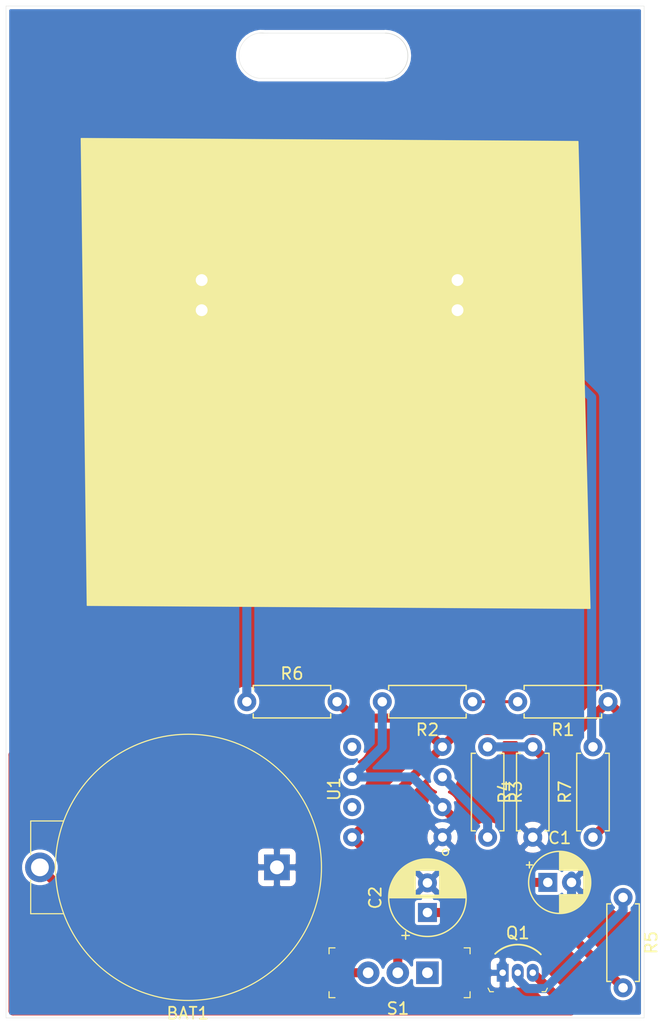
<source format=kicad_pcb>
(kicad_pcb (version 20171130) (host pcbnew "(5.1.6)-1")

  (general
    (thickness 1.6)
    (drawings 12)
    (tracks 55)
    (zones 0)
    (modules 15)
    (nets 15)
  )

  (page A4)
  (title_block
    (title "555 Badge")
    (rev v01)
    (comment 2 creativecommons.org/liscences/by/4.0/)
    (comment 3 "Liscence CC BY 4.0")
    (comment 4 "Shridhar Sharma")
  )

  (layers
    (0 F.Cu signal)
    (31 B.Cu signal)
    (32 B.Adhes user)
    (33 F.Adhes user)
    (34 B.Paste user)
    (35 F.Paste user)
    (36 B.SilkS user)
    (37 F.SilkS user)
    (38 B.Mask user)
    (39 F.Mask user)
    (40 Dwgs.User user)
    (41 Cmts.User user)
    (42 Eco1.User user)
    (43 Eco2.User user)
    (44 Edge.Cuts user)
    (45 Margin user)
    (46 B.CrtYd user)
    (47 F.CrtYd user)
    (48 B.Fab user)
    (49 F.Fab user)
  )

  (setup
    (last_trace_width 0.762)
    (user_trace_width 0.762)
    (trace_clearance 0.2)
    (zone_clearance 0.508)
    (zone_45_only no)
    (trace_min 0.1524)
    (via_size 0.8)
    (via_drill 0.4)
    (via_min_size 0.6858)
    (via_min_drill 0.3302)
    (uvia_size 0.3)
    (uvia_drill 0.1)
    (uvias_allowed no)
    (uvia_min_size 0.06858)
    (uvia_min_drill 0.03302)
    (edge_width 0.05)
    (segment_width 0.2)
    (pcb_text_width 0.3)
    (pcb_text_size 1.5 1.5)
    (mod_edge_width 0.12)
    (mod_text_size 1 1)
    (mod_text_width 0.15)
    (pad_size 1.524 1.524)
    (pad_drill 0.762)
    (pad_to_mask_clearance 0.0508)
    (aux_axis_origin 0 0)
    (visible_elements 7FFFFFFF)
    (pcbplotparams
      (layerselection 0x010fc_ffffffff)
      (usegerberextensions true)
      (usegerberattributes true)
      (usegerberadvancedattributes true)
      (creategerberjobfile true)
      (excludeedgelayer true)
      (linewidth 0.100000)
      (plotframeref false)
      (viasonmask false)
      (mode 1)
      (useauxorigin false)
      (hpglpennumber 1)
      (hpglpenspeed 20)
      (hpglpendiameter 15.000000)
      (psnegative false)
      (psa4output false)
      (plotreference true)
      (plotvalue false)
      (plotinvisibletext false)
      (padsonsilk false)
      (subtractmaskfromsilk false)
      (outputformat 1)
      (mirror false)
      (drillshape 0)
      (scaleselection 1)
      (outputdirectory "Gerber/"))
  )

  (net 0 "")
  (net 1 GND)
  (net 2 "Net-(BAT1-PadPos)")
  (net 3 "Net-(C1-Pad1)")
  (net 4 "Net-(C2-Pad1)")
  (net 5 "Net-(D1-Pad2)")
  (net 6 "Net-(D1-Pad1)")
  (net 7 "Net-(D2-Pad2)")
  (net 8 "Net-(Q1-Pad2)")
  (net 9 VCC)
  (net 10 "Net-(R1-Pad2)")
  (net 11 "Net-(R3-Pad2)")
  (net 12 "Net-(S1-Pad1)")
  (net 13 "Net-(U1-Pad5)")
  (net 14 "Net-(U1-Pad7)")

  (net_class Default "This is the default net class."
    (clearance 0.2)
    (trace_width 0.25)
    (via_dia 0.8)
    (via_drill 0.4)
    (uvia_dia 0.3)
    (uvia_drill 0.1)
    (add_net GND)
    (add_net "Net-(BAT1-PadPos)")
    (add_net "Net-(C1-Pad1)")
    (add_net "Net-(C2-Pad1)")
    (add_net "Net-(D1-Pad1)")
    (add_net "Net-(D1-Pad2)")
    (add_net "Net-(D2-Pad2)")
    (add_net "Net-(Q1-Pad2)")
    (add_net "Net-(R1-Pad2)")
    (add_net "Net-(R3-Pad2)")
    (add_net "Net-(S1-Pad1)")
    (add_net "Net-(U1-Pad5)")
    (add_net "Net-(U1-Pad7)")
    (add_net VCC)
  )

  (net_class Power ""
    (clearance 0.2)
    (trace_width 0.762)
    (via_dia 0.8)
    (via_drill 0.4)
    (uvia_dia 0.3)
    (uvia_drill 0.1)
  )

  (module digikey-footprints:Battery_Holder_Coin_2032_BS-7 (layer F.Cu) (tedit 5ACD0859) (tstamp 5F53DE67)
    (at 149.86 114.3 180)
    (descr http://www.memoryprotectiondevices.com/datasheets/BS-7-datasheet.pdf)
    (path /5F53348C)
    (fp_text reference BAT1 (at 7.52856 -12.3063) (layer F.SilkS)
      (effects (font (size 1 1) (thickness 0.15)))
    )
    (fp_text value BS-7 (at 7.4676 13.56) (layer F.Fab)
      (effects (font (size 1 1) (thickness 0.15)))
    )
    (fp_line (start -3.9624 11.43) (end 21.5138 11.43) (layer F.CrtYd) (width 0.05))
    (fp_line (start -3.9624 -11.43) (end 21.5138 -11.43) (layer F.CrtYd) (width 0.05))
    (fp_line (start 21.5138 -11.43) (end 21.5138 11.43) (layer F.CrtYd) (width 0.05))
    (fp_line (start -3.9624 -11.43) (end -3.9624 11.43) (layer F.CrtYd) (width 0.05))
    (fp_line (start 20.7772 3.9116) (end 20.7772 1.0668) (layer F.SilkS) (width 0.1))
    (fp_line (start 20.7772 -3.9116) (end 20.7772 -1.0668) (layer F.SilkS) (width 0.1))
    (fp_line (start 18.034 3.9116) (end 20.7772 3.9116) (layer F.SilkS) (width 0.1))
    (fp_line (start 18.034 -3.9116) (end 20.7772 -3.9116) (layer F.SilkS) (width 0.1))
    (fp_line (start 20.6756 -3.81) (end 20.6756 3.81) (layer F.Fab) (width 0.1))
    (fp_line (start 17.9832 3.81) (end 20.6756 3.81) (layer F.Fab) (width 0.1))
    (fp_line (start 17.9832 -3.81) (end 20.6756 -3.81) (layer F.Fab) (width 0.1))
    (fp_circle (center 7.4676 0) (end -3.7592 0) (layer F.SilkS) (width 0.1))
    (fp_circle (center 7.4676 0) (end -3.7084 0) (layer F.Fab) (width 0.1))
    (fp_text user %R (at 3.81 0) (layer F.Fab)
      (effects (font (size 1 1) (thickness 0.15)))
    )
    (pad Neg thru_hole rect (at 0 0 180) (size 2.17 2.17) (drill 1.17) (layers *.Cu *.Mask)
      (net 1 GND))
    (pad Pos thru_hole circle (at 20 0 180) (size 2.5 2.5) (drill 1.5) (layers *.Cu *.Mask)
      (net 2 "Net-(BAT1-PadPos)"))
  )

  (module Capacitor_THT:CP_Radial_D5.0mm_P2.00mm (layer F.Cu) (tedit 5AE50EF0) (tstamp 5F53DEEA)
    (at 172.72 115.57)
    (descr "CP, Radial series, Radial, pin pitch=2.00mm, , diameter=5mm, Electrolytic Capacitor")
    (tags "CP Radial series Radial pin pitch 2.00mm  diameter 5mm Electrolytic Capacitor")
    (path /5F52BB10)
    (fp_text reference C1 (at 1 -3.75) (layer F.SilkS)
      (effects (font (size 1 1) (thickness 0.15)))
    )
    (fp_text value 10uF (at 1 3.75) (layer F.Fab)
      (effects (font (size 1 1) (thickness 0.15)))
    )
    (fp_circle (center 1 0) (end 3.5 0) (layer F.Fab) (width 0.1))
    (fp_circle (center 1 0) (end 3.62 0) (layer F.SilkS) (width 0.12))
    (fp_circle (center 1 0) (end 3.75 0) (layer F.CrtYd) (width 0.05))
    (fp_line (start -1.133605 -1.0875) (end -0.633605 -1.0875) (layer F.Fab) (width 0.1))
    (fp_line (start -0.883605 -1.3375) (end -0.883605 -0.8375) (layer F.Fab) (width 0.1))
    (fp_line (start 1 1.04) (end 1 2.58) (layer F.SilkS) (width 0.12))
    (fp_line (start 1 -2.58) (end 1 -1.04) (layer F.SilkS) (width 0.12))
    (fp_line (start 1.04 1.04) (end 1.04 2.58) (layer F.SilkS) (width 0.12))
    (fp_line (start 1.04 -2.58) (end 1.04 -1.04) (layer F.SilkS) (width 0.12))
    (fp_line (start 1.08 -2.579) (end 1.08 -1.04) (layer F.SilkS) (width 0.12))
    (fp_line (start 1.08 1.04) (end 1.08 2.579) (layer F.SilkS) (width 0.12))
    (fp_line (start 1.12 -2.578) (end 1.12 -1.04) (layer F.SilkS) (width 0.12))
    (fp_line (start 1.12 1.04) (end 1.12 2.578) (layer F.SilkS) (width 0.12))
    (fp_line (start 1.16 -2.576) (end 1.16 -1.04) (layer F.SilkS) (width 0.12))
    (fp_line (start 1.16 1.04) (end 1.16 2.576) (layer F.SilkS) (width 0.12))
    (fp_line (start 1.2 -2.573) (end 1.2 -1.04) (layer F.SilkS) (width 0.12))
    (fp_line (start 1.2 1.04) (end 1.2 2.573) (layer F.SilkS) (width 0.12))
    (fp_line (start 1.24 -2.569) (end 1.24 -1.04) (layer F.SilkS) (width 0.12))
    (fp_line (start 1.24 1.04) (end 1.24 2.569) (layer F.SilkS) (width 0.12))
    (fp_line (start 1.28 -2.565) (end 1.28 -1.04) (layer F.SilkS) (width 0.12))
    (fp_line (start 1.28 1.04) (end 1.28 2.565) (layer F.SilkS) (width 0.12))
    (fp_line (start 1.32 -2.561) (end 1.32 -1.04) (layer F.SilkS) (width 0.12))
    (fp_line (start 1.32 1.04) (end 1.32 2.561) (layer F.SilkS) (width 0.12))
    (fp_line (start 1.36 -2.556) (end 1.36 -1.04) (layer F.SilkS) (width 0.12))
    (fp_line (start 1.36 1.04) (end 1.36 2.556) (layer F.SilkS) (width 0.12))
    (fp_line (start 1.4 -2.55) (end 1.4 -1.04) (layer F.SilkS) (width 0.12))
    (fp_line (start 1.4 1.04) (end 1.4 2.55) (layer F.SilkS) (width 0.12))
    (fp_line (start 1.44 -2.543) (end 1.44 -1.04) (layer F.SilkS) (width 0.12))
    (fp_line (start 1.44 1.04) (end 1.44 2.543) (layer F.SilkS) (width 0.12))
    (fp_line (start 1.48 -2.536) (end 1.48 -1.04) (layer F.SilkS) (width 0.12))
    (fp_line (start 1.48 1.04) (end 1.48 2.536) (layer F.SilkS) (width 0.12))
    (fp_line (start 1.52 -2.528) (end 1.52 -1.04) (layer F.SilkS) (width 0.12))
    (fp_line (start 1.52 1.04) (end 1.52 2.528) (layer F.SilkS) (width 0.12))
    (fp_line (start 1.56 -2.52) (end 1.56 -1.04) (layer F.SilkS) (width 0.12))
    (fp_line (start 1.56 1.04) (end 1.56 2.52) (layer F.SilkS) (width 0.12))
    (fp_line (start 1.6 -2.511) (end 1.6 -1.04) (layer F.SilkS) (width 0.12))
    (fp_line (start 1.6 1.04) (end 1.6 2.511) (layer F.SilkS) (width 0.12))
    (fp_line (start 1.64 -2.501) (end 1.64 -1.04) (layer F.SilkS) (width 0.12))
    (fp_line (start 1.64 1.04) (end 1.64 2.501) (layer F.SilkS) (width 0.12))
    (fp_line (start 1.68 -2.491) (end 1.68 -1.04) (layer F.SilkS) (width 0.12))
    (fp_line (start 1.68 1.04) (end 1.68 2.491) (layer F.SilkS) (width 0.12))
    (fp_line (start 1.721 -2.48) (end 1.721 -1.04) (layer F.SilkS) (width 0.12))
    (fp_line (start 1.721 1.04) (end 1.721 2.48) (layer F.SilkS) (width 0.12))
    (fp_line (start 1.761 -2.468) (end 1.761 -1.04) (layer F.SilkS) (width 0.12))
    (fp_line (start 1.761 1.04) (end 1.761 2.468) (layer F.SilkS) (width 0.12))
    (fp_line (start 1.801 -2.455) (end 1.801 -1.04) (layer F.SilkS) (width 0.12))
    (fp_line (start 1.801 1.04) (end 1.801 2.455) (layer F.SilkS) (width 0.12))
    (fp_line (start 1.841 -2.442) (end 1.841 -1.04) (layer F.SilkS) (width 0.12))
    (fp_line (start 1.841 1.04) (end 1.841 2.442) (layer F.SilkS) (width 0.12))
    (fp_line (start 1.881 -2.428) (end 1.881 -1.04) (layer F.SilkS) (width 0.12))
    (fp_line (start 1.881 1.04) (end 1.881 2.428) (layer F.SilkS) (width 0.12))
    (fp_line (start 1.921 -2.414) (end 1.921 -1.04) (layer F.SilkS) (width 0.12))
    (fp_line (start 1.921 1.04) (end 1.921 2.414) (layer F.SilkS) (width 0.12))
    (fp_line (start 1.961 -2.398) (end 1.961 -1.04) (layer F.SilkS) (width 0.12))
    (fp_line (start 1.961 1.04) (end 1.961 2.398) (layer F.SilkS) (width 0.12))
    (fp_line (start 2.001 -2.382) (end 2.001 -1.04) (layer F.SilkS) (width 0.12))
    (fp_line (start 2.001 1.04) (end 2.001 2.382) (layer F.SilkS) (width 0.12))
    (fp_line (start 2.041 -2.365) (end 2.041 -1.04) (layer F.SilkS) (width 0.12))
    (fp_line (start 2.041 1.04) (end 2.041 2.365) (layer F.SilkS) (width 0.12))
    (fp_line (start 2.081 -2.348) (end 2.081 -1.04) (layer F.SilkS) (width 0.12))
    (fp_line (start 2.081 1.04) (end 2.081 2.348) (layer F.SilkS) (width 0.12))
    (fp_line (start 2.121 -2.329) (end 2.121 -1.04) (layer F.SilkS) (width 0.12))
    (fp_line (start 2.121 1.04) (end 2.121 2.329) (layer F.SilkS) (width 0.12))
    (fp_line (start 2.161 -2.31) (end 2.161 -1.04) (layer F.SilkS) (width 0.12))
    (fp_line (start 2.161 1.04) (end 2.161 2.31) (layer F.SilkS) (width 0.12))
    (fp_line (start 2.201 -2.29) (end 2.201 -1.04) (layer F.SilkS) (width 0.12))
    (fp_line (start 2.201 1.04) (end 2.201 2.29) (layer F.SilkS) (width 0.12))
    (fp_line (start 2.241 -2.268) (end 2.241 -1.04) (layer F.SilkS) (width 0.12))
    (fp_line (start 2.241 1.04) (end 2.241 2.268) (layer F.SilkS) (width 0.12))
    (fp_line (start 2.281 -2.247) (end 2.281 -1.04) (layer F.SilkS) (width 0.12))
    (fp_line (start 2.281 1.04) (end 2.281 2.247) (layer F.SilkS) (width 0.12))
    (fp_line (start 2.321 -2.224) (end 2.321 -1.04) (layer F.SilkS) (width 0.12))
    (fp_line (start 2.321 1.04) (end 2.321 2.224) (layer F.SilkS) (width 0.12))
    (fp_line (start 2.361 -2.2) (end 2.361 -1.04) (layer F.SilkS) (width 0.12))
    (fp_line (start 2.361 1.04) (end 2.361 2.2) (layer F.SilkS) (width 0.12))
    (fp_line (start 2.401 -2.175) (end 2.401 -1.04) (layer F.SilkS) (width 0.12))
    (fp_line (start 2.401 1.04) (end 2.401 2.175) (layer F.SilkS) (width 0.12))
    (fp_line (start 2.441 -2.149) (end 2.441 -1.04) (layer F.SilkS) (width 0.12))
    (fp_line (start 2.441 1.04) (end 2.441 2.149) (layer F.SilkS) (width 0.12))
    (fp_line (start 2.481 -2.122) (end 2.481 -1.04) (layer F.SilkS) (width 0.12))
    (fp_line (start 2.481 1.04) (end 2.481 2.122) (layer F.SilkS) (width 0.12))
    (fp_line (start 2.521 -2.095) (end 2.521 -1.04) (layer F.SilkS) (width 0.12))
    (fp_line (start 2.521 1.04) (end 2.521 2.095) (layer F.SilkS) (width 0.12))
    (fp_line (start 2.561 -2.065) (end 2.561 -1.04) (layer F.SilkS) (width 0.12))
    (fp_line (start 2.561 1.04) (end 2.561 2.065) (layer F.SilkS) (width 0.12))
    (fp_line (start 2.601 -2.035) (end 2.601 -1.04) (layer F.SilkS) (width 0.12))
    (fp_line (start 2.601 1.04) (end 2.601 2.035) (layer F.SilkS) (width 0.12))
    (fp_line (start 2.641 -2.004) (end 2.641 -1.04) (layer F.SilkS) (width 0.12))
    (fp_line (start 2.641 1.04) (end 2.641 2.004) (layer F.SilkS) (width 0.12))
    (fp_line (start 2.681 -1.971) (end 2.681 -1.04) (layer F.SilkS) (width 0.12))
    (fp_line (start 2.681 1.04) (end 2.681 1.971) (layer F.SilkS) (width 0.12))
    (fp_line (start 2.721 -1.937) (end 2.721 -1.04) (layer F.SilkS) (width 0.12))
    (fp_line (start 2.721 1.04) (end 2.721 1.937) (layer F.SilkS) (width 0.12))
    (fp_line (start 2.761 -1.901) (end 2.761 -1.04) (layer F.SilkS) (width 0.12))
    (fp_line (start 2.761 1.04) (end 2.761 1.901) (layer F.SilkS) (width 0.12))
    (fp_line (start 2.801 -1.864) (end 2.801 -1.04) (layer F.SilkS) (width 0.12))
    (fp_line (start 2.801 1.04) (end 2.801 1.864) (layer F.SilkS) (width 0.12))
    (fp_line (start 2.841 -1.826) (end 2.841 -1.04) (layer F.SilkS) (width 0.12))
    (fp_line (start 2.841 1.04) (end 2.841 1.826) (layer F.SilkS) (width 0.12))
    (fp_line (start 2.881 -1.785) (end 2.881 -1.04) (layer F.SilkS) (width 0.12))
    (fp_line (start 2.881 1.04) (end 2.881 1.785) (layer F.SilkS) (width 0.12))
    (fp_line (start 2.921 -1.743) (end 2.921 -1.04) (layer F.SilkS) (width 0.12))
    (fp_line (start 2.921 1.04) (end 2.921 1.743) (layer F.SilkS) (width 0.12))
    (fp_line (start 2.961 -1.699) (end 2.961 -1.04) (layer F.SilkS) (width 0.12))
    (fp_line (start 2.961 1.04) (end 2.961 1.699) (layer F.SilkS) (width 0.12))
    (fp_line (start 3.001 -1.653) (end 3.001 -1.04) (layer F.SilkS) (width 0.12))
    (fp_line (start 3.001 1.04) (end 3.001 1.653) (layer F.SilkS) (width 0.12))
    (fp_line (start 3.041 -1.605) (end 3.041 1.605) (layer F.SilkS) (width 0.12))
    (fp_line (start 3.081 -1.554) (end 3.081 1.554) (layer F.SilkS) (width 0.12))
    (fp_line (start 3.121 -1.5) (end 3.121 1.5) (layer F.SilkS) (width 0.12))
    (fp_line (start 3.161 -1.443) (end 3.161 1.443) (layer F.SilkS) (width 0.12))
    (fp_line (start 3.201 -1.383) (end 3.201 1.383) (layer F.SilkS) (width 0.12))
    (fp_line (start 3.241 -1.319) (end 3.241 1.319) (layer F.SilkS) (width 0.12))
    (fp_line (start 3.281 -1.251) (end 3.281 1.251) (layer F.SilkS) (width 0.12))
    (fp_line (start 3.321 -1.178) (end 3.321 1.178) (layer F.SilkS) (width 0.12))
    (fp_line (start 3.361 -1.098) (end 3.361 1.098) (layer F.SilkS) (width 0.12))
    (fp_line (start 3.401 -1.011) (end 3.401 1.011) (layer F.SilkS) (width 0.12))
    (fp_line (start 3.441 -0.915) (end 3.441 0.915) (layer F.SilkS) (width 0.12))
    (fp_line (start 3.481 -0.805) (end 3.481 0.805) (layer F.SilkS) (width 0.12))
    (fp_line (start 3.521 -0.677) (end 3.521 0.677) (layer F.SilkS) (width 0.12))
    (fp_line (start 3.561 -0.518) (end 3.561 0.518) (layer F.SilkS) (width 0.12))
    (fp_line (start 3.601 -0.284) (end 3.601 0.284) (layer F.SilkS) (width 0.12))
    (fp_line (start -1.804775 -1.475) (end -1.304775 -1.475) (layer F.SilkS) (width 0.12))
    (fp_line (start -1.554775 -1.725) (end -1.554775 -1.225) (layer F.SilkS) (width 0.12))
    (fp_text user %R (at 1 0) (layer F.Fab)
      (effects (font (size 1 1) (thickness 0.15)))
    )
    (pad 1 thru_hole rect (at 0 0) (size 1.6 1.6) (drill 0.8) (layers *.Cu *.Mask)
      (net 3 "Net-(C1-Pad1)"))
    (pad 2 thru_hole circle (at 2 0) (size 1.6 1.6) (drill 0.8) (layers *.Cu *.Mask)
      (net 1 GND))
    (model ${KISYS3DMOD}/Capacitor_THT.3dshapes/CP_Radial_D5.0mm_P2.00mm.wrl
      (at (xyz 0 0 0))
      (scale (xyz 1 1 1))
      (rotate (xyz 0 0 0))
    )
  )

  (module Capacitor_THT:CP_Radial_D6.3mm_P2.50mm (layer F.Cu) (tedit 5AE50EF0) (tstamp 5F53DF7E)
    (at 162.56 118.11 90)
    (descr "CP, Radial series, Radial, pin pitch=2.50mm, , diameter=6.3mm, Electrolytic Capacitor")
    (tags "CP Radial series Radial pin pitch 2.50mm  diameter 6.3mm Electrolytic Capacitor")
    (path /5F52C3A9)
    (fp_text reference C2 (at 1.25 -4.4 90) (layer F.SilkS)
      (effects (font (size 1 1) (thickness 0.15)))
    )
    (fp_text value 100uF (at 1.25 4.4 90) (layer F.Fab)
      (effects (font (size 1 1) (thickness 0.15)))
    )
    (fp_circle (center 1.25 0) (end 4.4 0) (layer F.Fab) (width 0.1))
    (fp_circle (center 1.25 0) (end 4.52 0) (layer F.SilkS) (width 0.12))
    (fp_circle (center 1.25 0) (end 4.65 0) (layer F.CrtYd) (width 0.05))
    (fp_line (start -1.443972 -1.3735) (end -0.813972 -1.3735) (layer F.Fab) (width 0.1))
    (fp_line (start -1.128972 -1.6885) (end -1.128972 -1.0585) (layer F.Fab) (width 0.1))
    (fp_line (start 1.25 -3.23) (end 1.25 3.23) (layer F.SilkS) (width 0.12))
    (fp_line (start 1.29 -3.23) (end 1.29 3.23) (layer F.SilkS) (width 0.12))
    (fp_line (start 1.33 -3.23) (end 1.33 3.23) (layer F.SilkS) (width 0.12))
    (fp_line (start 1.37 -3.228) (end 1.37 3.228) (layer F.SilkS) (width 0.12))
    (fp_line (start 1.41 -3.227) (end 1.41 3.227) (layer F.SilkS) (width 0.12))
    (fp_line (start 1.45 -3.224) (end 1.45 3.224) (layer F.SilkS) (width 0.12))
    (fp_line (start 1.49 -3.222) (end 1.49 -1.04) (layer F.SilkS) (width 0.12))
    (fp_line (start 1.49 1.04) (end 1.49 3.222) (layer F.SilkS) (width 0.12))
    (fp_line (start 1.53 -3.218) (end 1.53 -1.04) (layer F.SilkS) (width 0.12))
    (fp_line (start 1.53 1.04) (end 1.53 3.218) (layer F.SilkS) (width 0.12))
    (fp_line (start 1.57 -3.215) (end 1.57 -1.04) (layer F.SilkS) (width 0.12))
    (fp_line (start 1.57 1.04) (end 1.57 3.215) (layer F.SilkS) (width 0.12))
    (fp_line (start 1.61 -3.211) (end 1.61 -1.04) (layer F.SilkS) (width 0.12))
    (fp_line (start 1.61 1.04) (end 1.61 3.211) (layer F.SilkS) (width 0.12))
    (fp_line (start 1.65 -3.206) (end 1.65 -1.04) (layer F.SilkS) (width 0.12))
    (fp_line (start 1.65 1.04) (end 1.65 3.206) (layer F.SilkS) (width 0.12))
    (fp_line (start 1.69 -3.201) (end 1.69 -1.04) (layer F.SilkS) (width 0.12))
    (fp_line (start 1.69 1.04) (end 1.69 3.201) (layer F.SilkS) (width 0.12))
    (fp_line (start 1.73 -3.195) (end 1.73 -1.04) (layer F.SilkS) (width 0.12))
    (fp_line (start 1.73 1.04) (end 1.73 3.195) (layer F.SilkS) (width 0.12))
    (fp_line (start 1.77 -3.189) (end 1.77 -1.04) (layer F.SilkS) (width 0.12))
    (fp_line (start 1.77 1.04) (end 1.77 3.189) (layer F.SilkS) (width 0.12))
    (fp_line (start 1.81 -3.182) (end 1.81 -1.04) (layer F.SilkS) (width 0.12))
    (fp_line (start 1.81 1.04) (end 1.81 3.182) (layer F.SilkS) (width 0.12))
    (fp_line (start 1.85 -3.175) (end 1.85 -1.04) (layer F.SilkS) (width 0.12))
    (fp_line (start 1.85 1.04) (end 1.85 3.175) (layer F.SilkS) (width 0.12))
    (fp_line (start 1.89 -3.167) (end 1.89 -1.04) (layer F.SilkS) (width 0.12))
    (fp_line (start 1.89 1.04) (end 1.89 3.167) (layer F.SilkS) (width 0.12))
    (fp_line (start 1.93 -3.159) (end 1.93 -1.04) (layer F.SilkS) (width 0.12))
    (fp_line (start 1.93 1.04) (end 1.93 3.159) (layer F.SilkS) (width 0.12))
    (fp_line (start 1.971 -3.15) (end 1.971 -1.04) (layer F.SilkS) (width 0.12))
    (fp_line (start 1.971 1.04) (end 1.971 3.15) (layer F.SilkS) (width 0.12))
    (fp_line (start 2.011 -3.141) (end 2.011 -1.04) (layer F.SilkS) (width 0.12))
    (fp_line (start 2.011 1.04) (end 2.011 3.141) (layer F.SilkS) (width 0.12))
    (fp_line (start 2.051 -3.131) (end 2.051 -1.04) (layer F.SilkS) (width 0.12))
    (fp_line (start 2.051 1.04) (end 2.051 3.131) (layer F.SilkS) (width 0.12))
    (fp_line (start 2.091 -3.121) (end 2.091 -1.04) (layer F.SilkS) (width 0.12))
    (fp_line (start 2.091 1.04) (end 2.091 3.121) (layer F.SilkS) (width 0.12))
    (fp_line (start 2.131 -3.11) (end 2.131 -1.04) (layer F.SilkS) (width 0.12))
    (fp_line (start 2.131 1.04) (end 2.131 3.11) (layer F.SilkS) (width 0.12))
    (fp_line (start 2.171 -3.098) (end 2.171 -1.04) (layer F.SilkS) (width 0.12))
    (fp_line (start 2.171 1.04) (end 2.171 3.098) (layer F.SilkS) (width 0.12))
    (fp_line (start 2.211 -3.086) (end 2.211 -1.04) (layer F.SilkS) (width 0.12))
    (fp_line (start 2.211 1.04) (end 2.211 3.086) (layer F.SilkS) (width 0.12))
    (fp_line (start 2.251 -3.074) (end 2.251 -1.04) (layer F.SilkS) (width 0.12))
    (fp_line (start 2.251 1.04) (end 2.251 3.074) (layer F.SilkS) (width 0.12))
    (fp_line (start 2.291 -3.061) (end 2.291 -1.04) (layer F.SilkS) (width 0.12))
    (fp_line (start 2.291 1.04) (end 2.291 3.061) (layer F.SilkS) (width 0.12))
    (fp_line (start 2.331 -3.047) (end 2.331 -1.04) (layer F.SilkS) (width 0.12))
    (fp_line (start 2.331 1.04) (end 2.331 3.047) (layer F.SilkS) (width 0.12))
    (fp_line (start 2.371 -3.033) (end 2.371 -1.04) (layer F.SilkS) (width 0.12))
    (fp_line (start 2.371 1.04) (end 2.371 3.033) (layer F.SilkS) (width 0.12))
    (fp_line (start 2.411 -3.018) (end 2.411 -1.04) (layer F.SilkS) (width 0.12))
    (fp_line (start 2.411 1.04) (end 2.411 3.018) (layer F.SilkS) (width 0.12))
    (fp_line (start 2.451 -3.002) (end 2.451 -1.04) (layer F.SilkS) (width 0.12))
    (fp_line (start 2.451 1.04) (end 2.451 3.002) (layer F.SilkS) (width 0.12))
    (fp_line (start 2.491 -2.986) (end 2.491 -1.04) (layer F.SilkS) (width 0.12))
    (fp_line (start 2.491 1.04) (end 2.491 2.986) (layer F.SilkS) (width 0.12))
    (fp_line (start 2.531 -2.97) (end 2.531 -1.04) (layer F.SilkS) (width 0.12))
    (fp_line (start 2.531 1.04) (end 2.531 2.97) (layer F.SilkS) (width 0.12))
    (fp_line (start 2.571 -2.952) (end 2.571 -1.04) (layer F.SilkS) (width 0.12))
    (fp_line (start 2.571 1.04) (end 2.571 2.952) (layer F.SilkS) (width 0.12))
    (fp_line (start 2.611 -2.934) (end 2.611 -1.04) (layer F.SilkS) (width 0.12))
    (fp_line (start 2.611 1.04) (end 2.611 2.934) (layer F.SilkS) (width 0.12))
    (fp_line (start 2.651 -2.916) (end 2.651 -1.04) (layer F.SilkS) (width 0.12))
    (fp_line (start 2.651 1.04) (end 2.651 2.916) (layer F.SilkS) (width 0.12))
    (fp_line (start 2.691 -2.896) (end 2.691 -1.04) (layer F.SilkS) (width 0.12))
    (fp_line (start 2.691 1.04) (end 2.691 2.896) (layer F.SilkS) (width 0.12))
    (fp_line (start 2.731 -2.876) (end 2.731 -1.04) (layer F.SilkS) (width 0.12))
    (fp_line (start 2.731 1.04) (end 2.731 2.876) (layer F.SilkS) (width 0.12))
    (fp_line (start 2.771 -2.856) (end 2.771 -1.04) (layer F.SilkS) (width 0.12))
    (fp_line (start 2.771 1.04) (end 2.771 2.856) (layer F.SilkS) (width 0.12))
    (fp_line (start 2.811 -2.834) (end 2.811 -1.04) (layer F.SilkS) (width 0.12))
    (fp_line (start 2.811 1.04) (end 2.811 2.834) (layer F.SilkS) (width 0.12))
    (fp_line (start 2.851 -2.812) (end 2.851 -1.04) (layer F.SilkS) (width 0.12))
    (fp_line (start 2.851 1.04) (end 2.851 2.812) (layer F.SilkS) (width 0.12))
    (fp_line (start 2.891 -2.79) (end 2.891 -1.04) (layer F.SilkS) (width 0.12))
    (fp_line (start 2.891 1.04) (end 2.891 2.79) (layer F.SilkS) (width 0.12))
    (fp_line (start 2.931 -2.766) (end 2.931 -1.04) (layer F.SilkS) (width 0.12))
    (fp_line (start 2.931 1.04) (end 2.931 2.766) (layer F.SilkS) (width 0.12))
    (fp_line (start 2.971 -2.742) (end 2.971 -1.04) (layer F.SilkS) (width 0.12))
    (fp_line (start 2.971 1.04) (end 2.971 2.742) (layer F.SilkS) (width 0.12))
    (fp_line (start 3.011 -2.716) (end 3.011 -1.04) (layer F.SilkS) (width 0.12))
    (fp_line (start 3.011 1.04) (end 3.011 2.716) (layer F.SilkS) (width 0.12))
    (fp_line (start 3.051 -2.69) (end 3.051 -1.04) (layer F.SilkS) (width 0.12))
    (fp_line (start 3.051 1.04) (end 3.051 2.69) (layer F.SilkS) (width 0.12))
    (fp_line (start 3.091 -2.664) (end 3.091 -1.04) (layer F.SilkS) (width 0.12))
    (fp_line (start 3.091 1.04) (end 3.091 2.664) (layer F.SilkS) (width 0.12))
    (fp_line (start 3.131 -2.636) (end 3.131 -1.04) (layer F.SilkS) (width 0.12))
    (fp_line (start 3.131 1.04) (end 3.131 2.636) (layer F.SilkS) (width 0.12))
    (fp_line (start 3.171 -2.607) (end 3.171 -1.04) (layer F.SilkS) (width 0.12))
    (fp_line (start 3.171 1.04) (end 3.171 2.607) (layer F.SilkS) (width 0.12))
    (fp_line (start 3.211 -2.578) (end 3.211 -1.04) (layer F.SilkS) (width 0.12))
    (fp_line (start 3.211 1.04) (end 3.211 2.578) (layer F.SilkS) (width 0.12))
    (fp_line (start 3.251 -2.548) (end 3.251 -1.04) (layer F.SilkS) (width 0.12))
    (fp_line (start 3.251 1.04) (end 3.251 2.548) (layer F.SilkS) (width 0.12))
    (fp_line (start 3.291 -2.516) (end 3.291 -1.04) (layer F.SilkS) (width 0.12))
    (fp_line (start 3.291 1.04) (end 3.291 2.516) (layer F.SilkS) (width 0.12))
    (fp_line (start 3.331 -2.484) (end 3.331 -1.04) (layer F.SilkS) (width 0.12))
    (fp_line (start 3.331 1.04) (end 3.331 2.484) (layer F.SilkS) (width 0.12))
    (fp_line (start 3.371 -2.45) (end 3.371 -1.04) (layer F.SilkS) (width 0.12))
    (fp_line (start 3.371 1.04) (end 3.371 2.45) (layer F.SilkS) (width 0.12))
    (fp_line (start 3.411 -2.416) (end 3.411 -1.04) (layer F.SilkS) (width 0.12))
    (fp_line (start 3.411 1.04) (end 3.411 2.416) (layer F.SilkS) (width 0.12))
    (fp_line (start 3.451 -2.38) (end 3.451 -1.04) (layer F.SilkS) (width 0.12))
    (fp_line (start 3.451 1.04) (end 3.451 2.38) (layer F.SilkS) (width 0.12))
    (fp_line (start 3.491 -2.343) (end 3.491 -1.04) (layer F.SilkS) (width 0.12))
    (fp_line (start 3.491 1.04) (end 3.491 2.343) (layer F.SilkS) (width 0.12))
    (fp_line (start 3.531 -2.305) (end 3.531 -1.04) (layer F.SilkS) (width 0.12))
    (fp_line (start 3.531 1.04) (end 3.531 2.305) (layer F.SilkS) (width 0.12))
    (fp_line (start 3.571 -2.265) (end 3.571 2.265) (layer F.SilkS) (width 0.12))
    (fp_line (start 3.611 -2.224) (end 3.611 2.224) (layer F.SilkS) (width 0.12))
    (fp_line (start 3.651 -2.182) (end 3.651 2.182) (layer F.SilkS) (width 0.12))
    (fp_line (start 3.691 -2.137) (end 3.691 2.137) (layer F.SilkS) (width 0.12))
    (fp_line (start 3.731 -2.092) (end 3.731 2.092) (layer F.SilkS) (width 0.12))
    (fp_line (start 3.771 -2.044) (end 3.771 2.044) (layer F.SilkS) (width 0.12))
    (fp_line (start 3.811 -1.995) (end 3.811 1.995) (layer F.SilkS) (width 0.12))
    (fp_line (start 3.851 -1.944) (end 3.851 1.944) (layer F.SilkS) (width 0.12))
    (fp_line (start 3.891 -1.89) (end 3.891 1.89) (layer F.SilkS) (width 0.12))
    (fp_line (start 3.931 -1.834) (end 3.931 1.834) (layer F.SilkS) (width 0.12))
    (fp_line (start 3.971 -1.776) (end 3.971 1.776) (layer F.SilkS) (width 0.12))
    (fp_line (start 4.011 -1.714) (end 4.011 1.714) (layer F.SilkS) (width 0.12))
    (fp_line (start 4.051 -1.65) (end 4.051 1.65) (layer F.SilkS) (width 0.12))
    (fp_line (start 4.091 -1.581) (end 4.091 1.581) (layer F.SilkS) (width 0.12))
    (fp_line (start 4.131 -1.509) (end 4.131 1.509) (layer F.SilkS) (width 0.12))
    (fp_line (start 4.171 -1.432) (end 4.171 1.432) (layer F.SilkS) (width 0.12))
    (fp_line (start 4.211 -1.35) (end 4.211 1.35) (layer F.SilkS) (width 0.12))
    (fp_line (start 4.251 -1.262) (end 4.251 1.262) (layer F.SilkS) (width 0.12))
    (fp_line (start 4.291 -1.165) (end 4.291 1.165) (layer F.SilkS) (width 0.12))
    (fp_line (start 4.331 -1.059) (end 4.331 1.059) (layer F.SilkS) (width 0.12))
    (fp_line (start 4.371 -0.94) (end 4.371 0.94) (layer F.SilkS) (width 0.12))
    (fp_line (start 4.411 -0.802) (end 4.411 0.802) (layer F.SilkS) (width 0.12))
    (fp_line (start 4.451 -0.633) (end 4.451 0.633) (layer F.SilkS) (width 0.12))
    (fp_line (start 4.491 -0.402) (end 4.491 0.402) (layer F.SilkS) (width 0.12))
    (fp_line (start -2.250241 -1.839) (end -1.620241 -1.839) (layer F.SilkS) (width 0.12))
    (fp_line (start -1.935241 -2.154) (end -1.935241 -1.524) (layer F.SilkS) (width 0.12))
    (fp_text user %R (at 1.25 0 90) (layer F.Fab)
      (effects (font (size 1 1) (thickness 0.15)))
    )
    (pad 1 thru_hole rect (at 0 0 90) (size 1.6 1.6) (drill 0.8) (layers *.Cu *.Mask)
      (net 4 "Net-(C2-Pad1)"))
    (pad 2 thru_hole circle (at 2.5 0 90) (size 1.6 1.6) (drill 0.8) (layers *.Cu *.Mask)
      (net 1 GND))
    (model ${KISYS3DMOD}/Capacitor_THT.3dshapes/CP_Radial_D6.3mm_P2.50mm.wrl
      (at (xyz 0 0 0))
      (scale (xyz 1 1 1))
      (rotate (xyz 0 0 0))
    )
  )

  (module digikey-footprints:LED_3mm_Radial (layer F.Cu) (tedit 5B1990B7) (tstamp 5F53DF8E)
    (at 143.51 64.77 90)
    (descr http://optoelectronics.liteon.com/upload/download/DS20-2000-343/1CHKxKNN.pdf)
    (path /5F5301B9)
    (fp_text reference D1 (at 0 -5.08 90) (layer F.SilkS)
      (effects (font (size 1 1) (thickness 0.15)))
    )
    (fp_text value RED (at 0 5.08 90) (layer F.Fab)
      (effects (font (size 1 1) (thickness 0.15)))
    )
    (fp_circle (center -1.27 0) (end 1.38 0) (layer F.CrtYd) (width 0.05))
    (fp_line (start 0.33 -1.35) (end 0.33 -1.1) (layer F.SilkS) (width 0.1))
    (fp_line (start 0.33 1.35) (end 0.33 1.1) (layer F.SilkS) (width 0.1))
    (fp_line (start 0.23 -1.3) (end 0.23 1.3) (layer F.Fab) (width 0.1))
    (fp_arc (start -1.27 0) (end -3.12 1) (angle -33.21396116) (layer F.SilkS) (width 0.1))
    (fp_arc (start -1.27 0) (end -2.27 -1.85) (angle -33.21396116) (layer F.SilkS) (width 0.1))
    (fp_arc (start -1.27 0) (end -0.27 1.85) (angle -21.45098095) (layer F.SilkS) (width 0.1))
    (fp_arc (start -1.27 0) (end 0.33 -1.35) (angle -21.45098095) (layer F.SilkS) (width 0.1))
    (fp_arc (start -1.27 0) (end 0.23 -1.3) (angle -278.1712365) (layer F.Fab) (width 0.1))
    (fp_text user %R (at -1.27 0 90) (layer F.Fab)
      (effects (font (size 0.75 0.75) (thickness 0.1)))
    )
    (pad 2 thru_hole circle (at 0 0 90) (size 2 2) (drill 1) (layers *.Cu *.Mask)
      (net 5 "Net-(D1-Pad2)"))
    (pad 1 thru_hole rect (at -2.54 0 90) (size 2 2) (drill 1) (layers *.Cu *.Mask)
      (net 6 "Net-(D1-Pad1)"))
  )

  (module digikey-footprints:LED_3mm_Radial (layer F.Cu) (tedit 5B1990B7) (tstamp 5F53DF9E)
    (at 165.1 64.77 90)
    (descr http://optoelectronics.liteon.com/upload/download/DS20-2000-343/1CHKxKNN.pdf)
    (path /5F530D1A)
    (fp_text reference D2 (at 0 -5.08 90) (layer F.SilkS)
      (effects (font (size 1 1) (thickness 0.15)))
    )
    (fp_text value RED (at 0 5.08 90) (layer F.Fab)
      (effects (font (size 1 1) (thickness 0.15)))
    )
    (fp_line (start 0.23 -1.3) (end 0.23 1.3) (layer F.Fab) (width 0.1))
    (fp_line (start 0.33 1.35) (end 0.33 1.1) (layer F.SilkS) (width 0.1))
    (fp_line (start 0.33 -1.35) (end 0.33 -1.1) (layer F.SilkS) (width 0.1))
    (fp_circle (center -1.27 0) (end 1.38 0) (layer F.CrtYd) (width 0.05))
    (fp_text user %R (at -1.27 0 90) (layer F.Fab)
      (effects (font (size 0.75 0.75) (thickness 0.1)))
    )
    (fp_arc (start -1.27 0) (end 0.23 -1.3) (angle -278.1712365) (layer F.Fab) (width 0.1))
    (fp_arc (start -1.27 0) (end 0.33 -1.35) (angle -21.45098095) (layer F.SilkS) (width 0.1))
    (fp_arc (start -1.27 0) (end -0.27 1.85) (angle -21.45098095) (layer F.SilkS) (width 0.1))
    (fp_arc (start -1.27 0) (end -2.27 -1.85) (angle -33.21396116) (layer F.SilkS) (width 0.1))
    (fp_arc (start -1.27 0) (end -3.12 1) (angle -33.21396116) (layer F.SilkS) (width 0.1))
    (pad 1 thru_hole rect (at -2.54 0 90) (size 2 2) (drill 1) (layers *.Cu *.Mask)
      (net 6 "Net-(D1-Pad1)"))
    (pad 2 thru_hole circle (at 0 0 90) (size 2 2) (drill 1) (layers *.Cu *.Mask)
      (net 7 "Net-(D2-Pad2)"))
  )

  (module digikey-footprints:TO-92-3 (layer F.Cu) (tedit 5AF9CDD1) (tstamp 5F53DFB2)
    (at 168.91 123.19)
    (descr http://www.ti.com/lit/ds/symlink/tl431a.pdf)
    (path /5F531349)
    (fp_text reference Q1 (at 1.27 -3.35) (layer F.SilkS)
      (effects (font (size 1 1) (thickness 0.15)))
    )
    (fp_text value 2N3904 (at 1.27 2.5) (layer F.Fab)
      (effects (font (size 1 1) (thickness 0.15)))
    )
    (fp_line (start 3.57 1.5) (end -1.03 1.5) (layer F.Fab) (width 0.15))
    (fp_line (start -1.63 -2.5) (end 4.17 -2.5) (layer F.CrtYd) (width 0.05))
    (fp_line (start -1.63 1.75) (end 4.17 1.75) (layer F.CrtYd) (width 0.05))
    (fp_line (start -1.63 1.75) (end -1.63 -2.5) (layer F.CrtYd) (width 0.05))
    (fp_line (start 4.17 1.75) (end 4.17 -2.5) (layer F.CrtYd) (width 0.05))
    (fp_line (start 3.62 1.6) (end 3.77 1.3) (layer F.SilkS) (width 0.1))
    (fp_line (start 3.62 1.6) (end 3.32 1.6) (layer F.SilkS) (width 0.1))
    (fp_line (start -0.78 1.6) (end -1.08 1.6) (layer F.SilkS) (width 0.1))
    (fp_line (start -1.08 1.6) (end -1.23 1.3) (layer F.SilkS) (width 0.1))
    (fp_arc (start 1.27 0.35) (end -0.63 -1.6) (angle 90) (layer F.SilkS) (width 0.15))
    (fp_arc (start 1.27 0.3) (end -1.03 1.5) (angle 235) (layer F.Fab) (width 0.15))
    (fp_arc (start 1.27 0.3) (end -1.33 0.3) (angle 90) (layer F.Fab) (width 0.15))
    (fp_text user %R (at 1.27 -1.25 180) (layer F.Fab)
      (effects (font (size 0.75 0.75) (thickness 0.15)))
    )
    (pad 2 thru_hole oval (at 1.27 0 180) (size 1 1.5) (drill 0.55) (layers *.Cu *.Mask)
      (net 8 "Net-(Q1-Pad2)"))
    (pad 3 thru_hole oval (at 2.54 0 180) (size 1 1.5) (drill 0.55) (layers *.Cu *.Mask)
      (net 6 "Net-(D1-Pad1)"))
    (pad 1 thru_hole rect (at 0 0 180) (size 1 1.5) (drill 0.55) (layers *.Cu *.Mask)
      (net 1 GND))
  )

  (module Resistor_THT:R_Axial_DIN0207_L6.3mm_D2.5mm_P7.62mm_Horizontal (layer F.Cu) (tedit 5AE5139B) (tstamp 5F53DFC9)
    (at 177.8 100.33 180)
    (descr "Resistor, Axial_DIN0207 series, Axial, Horizontal, pin pitch=7.62mm, 0.25W = 1/4W, length*diameter=6.3*2.5mm^2, http://cdn-reichelt.de/documents/datenblatt/B400/1_4W%23YAG.pdf")
    (tags "Resistor Axial_DIN0207 series Axial Horizontal pin pitch 7.62mm 0.25W = 1/4W length 6.3mm diameter 2.5mm")
    (path /5F52073A)
    (fp_text reference R1 (at 3.81 -2.37) (layer F.SilkS)
      (effects (font (size 1 1) (thickness 0.15)))
    )
    (fp_text value 22k (at 3.81 2.37) (layer F.Fab)
      (effects (font (size 1 1) (thickness 0.15)))
    )
    (fp_line (start 0.66 -1.25) (end 0.66 1.25) (layer F.Fab) (width 0.1))
    (fp_line (start 0.66 1.25) (end 6.96 1.25) (layer F.Fab) (width 0.1))
    (fp_line (start 6.96 1.25) (end 6.96 -1.25) (layer F.Fab) (width 0.1))
    (fp_line (start 6.96 -1.25) (end 0.66 -1.25) (layer F.Fab) (width 0.1))
    (fp_line (start 0 0) (end 0.66 0) (layer F.Fab) (width 0.1))
    (fp_line (start 7.62 0) (end 6.96 0) (layer F.Fab) (width 0.1))
    (fp_line (start 0.54 -1.04) (end 0.54 -1.37) (layer F.SilkS) (width 0.12))
    (fp_line (start 0.54 -1.37) (end 7.08 -1.37) (layer F.SilkS) (width 0.12))
    (fp_line (start 7.08 -1.37) (end 7.08 -1.04) (layer F.SilkS) (width 0.12))
    (fp_line (start 0.54 1.04) (end 0.54 1.37) (layer F.SilkS) (width 0.12))
    (fp_line (start 0.54 1.37) (end 7.08 1.37) (layer F.SilkS) (width 0.12))
    (fp_line (start 7.08 1.37) (end 7.08 1.04) (layer F.SilkS) (width 0.12))
    (fp_line (start -1.05 -1.5) (end -1.05 1.5) (layer F.CrtYd) (width 0.05))
    (fp_line (start -1.05 1.5) (end 8.67 1.5) (layer F.CrtYd) (width 0.05))
    (fp_line (start 8.67 1.5) (end 8.67 -1.5) (layer F.CrtYd) (width 0.05))
    (fp_line (start 8.67 -1.5) (end -1.05 -1.5) (layer F.CrtYd) (width 0.05))
    (fp_text user %R (at 3.81 0) (layer F.Fab)
      (effects (font (size 1 1) (thickness 0.15)))
    )
    (pad 1 thru_hole circle (at 0 0 180) (size 1.6 1.6) (drill 0.8) (layers *.Cu *.Mask)
      (net 9 VCC))
    (pad 2 thru_hole oval (at 7.62 0 180) (size 1.6 1.6) (drill 0.8) (layers *.Cu *.Mask)
      (net 10 "Net-(R1-Pad2)"))
    (model ${KISYS3DMOD}/Resistor_THT.3dshapes/R_Axial_DIN0207_L6.3mm_D2.5mm_P7.62mm_Horizontal.wrl
      (at (xyz 0 0 0))
      (scale (xyz 1 1 1))
      (rotate (xyz 0 0 0))
    )
  )

  (module Resistor_THT:R_Axial_DIN0207_L6.3mm_D2.5mm_P7.62mm_Horizontal (layer F.Cu) (tedit 5AE5139B) (tstamp 5F53DFE0)
    (at 166.37 100.33 180)
    (descr "Resistor, Axial_DIN0207 series, Axial, Horizontal, pin pitch=7.62mm, 0.25W = 1/4W, length*diameter=6.3*2.5mm^2, http://cdn-reichelt.de/documents/datenblatt/B400/1_4W%23YAG.pdf")
    (tags "Resistor Axial_DIN0207 series Axial Horizontal pin pitch 7.62mm 0.25W = 1/4W length 6.3mm diameter 2.5mm")
    (path /5F522F95)
    (fp_text reference R2 (at 3.81 -2.37) (layer F.SilkS)
      (effects (font (size 1 1) (thickness 0.15)))
    )
    (fp_text value 330k (at 3.81 2.37) (layer F.Fab)
      (effects (font (size 1 1) (thickness 0.15)))
    )
    (fp_line (start 8.67 -1.5) (end -1.05 -1.5) (layer F.CrtYd) (width 0.05))
    (fp_line (start 8.67 1.5) (end 8.67 -1.5) (layer F.CrtYd) (width 0.05))
    (fp_line (start -1.05 1.5) (end 8.67 1.5) (layer F.CrtYd) (width 0.05))
    (fp_line (start -1.05 -1.5) (end -1.05 1.5) (layer F.CrtYd) (width 0.05))
    (fp_line (start 7.08 1.37) (end 7.08 1.04) (layer F.SilkS) (width 0.12))
    (fp_line (start 0.54 1.37) (end 7.08 1.37) (layer F.SilkS) (width 0.12))
    (fp_line (start 0.54 1.04) (end 0.54 1.37) (layer F.SilkS) (width 0.12))
    (fp_line (start 7.08 -1.37) (end 7.08 -1.04) (layer F.SilkS) (width 0.12))
    (fp_line (start 0.54 -1.37) (end 7.08 -1.37) (layer F.SilkS) (width 0.12))
    (fp_line (start 0.54 -1.04) (end 0.54 -1.37) (layer F.SilkS) (width 0.12))
    (fp_line (start 7.62 0) (end 6.96 0) (layer F.Fab) (width 0.1))
    (fp_line (start 0 0) (end 0.66 0) (layer F.Fab) (width 0.1))
    (fp_line (start 6.96 -1.25) (end 0.66 -1.25) (layer F.Fab) (width 0.1))
    (fp_line (start 6.96 1.25) (end 6.96 -1.25) (layer F.Fab) (width 0.1))
    (fp_line (start 0.66 1.25) (end 6.96 1.25) (layer F.Fab) (width 0.1))
    (fp_line (start 0.66 -1.25) (end 0.66 1.25) (layer F.Fab) (width 0.1))
    (fp_text user %R (at 2.884999 -0.235001) (layer F.Fab)
      (effects (font (size 1 1) (thickness 0.15)))
    )
    (pad 2 thru_hole oval (at 7.62 0 180) (size 1.6 1.6) (drill 0.8) (layers *.Cu *.Mask)
      (net 3 "Net-(C1-Pad1)"))
    (pad 1 thru_hole circle (at 0 0 180) (size 1.6 1.6) (drill 0.8) (layers *.Cu *.Mask)
      (net 10 "Net-(R1-Pad2)"))
    (model ${KISYS3DMOD}/Resistor_THT.3dshapes/R_Axial_DIN0207_L6.3mm_D2.5mm_P7.62mm_Horizontal.wrl
      (at (xyz 0 0 0))
      (scale (xyz 1 1 1))
      (rotate (xyz 0 0 0))
    )
  )

  (module Resistor_THT:R_Axial_DIN0207_L6.3mm_D2.5mm_P7.62mm_Horizontal (layer F.Cu) (tedit 5AE5139B) (tstamp 5F53DFF7)
    (at 167.64 104.14 270)
    (descr "Resistor, Axial_DIN0207 series, Axial, Horizontal, pin pitch=7.62mm, 0.25W = 1/4W, length*diameter=6.3*2.5mm^2, http://cdn-reichelt.de/documents/datenblatt/B400/1_4W%23YAG.pdf")
    (tags "Resistor Axial_DIN0207 series Axial Horizontal pin pitch 7.62mm 0.25W = 1/4W length 6.3mm diameter 2.5mm")
    (path /5F525A99)
    (fp_text reference R3 (at 3.81 -2.37 90) (layer F.SilkS)
      (effects (font (size 1 1) (thickness 0.15)))
    )
    (fp_text value 22k (at 3.81 2.37 90) (layer F.Fab)
      (effects (font (size 1 1) (thickness 0.15)))
    )
    (fp_line (start 8.67 -1.5) (end -1.05 -1.5) (layer F.CrtYd) (width 0.05))
    (fp_line (start 8.67 1.5) (end 8.67 -1.5) (layer F.CrtYd) (width 0.05))
    (fp_line (start -1.05 1.5) (end 8.67 1.5) (layer F.CrtYd) (width 0.05))
    (fp_line (start -1.05 -1.5) (end -1.05 1.5) (layer F.CrtYd) (width 0.05))
    (fp_line (start 7.08 1.37) (end 7.08 1.04) (layer F.SilkS) (width 0.12))
    (fp_line (start 0.54 1.37) (end 7.08 1.37) (layer F.SilkS) (width 0.12))
    (fp_line (start 0.54 1.04) (end 0.54 1.37) (layer F.SilkS) (width 0.12))
    (fp_line (start 7.08 -1.37) (end 7.08 -1.04) (layer F.SilkS) (width 0.12))
    (fp_line (start 0.54 -1.37) (end 7.08 -1.37) (layer F.SilkS) (width 0.12))
    (fp_line (start 0.54 -1.04) (end 0.54 -1.37) (layer F.SilkS) (width 0.12))
    (fp_line (start 7.62 0) (end 6.96 0) (layer F.Fab) (width 0.1))
    (fp_line (start 0 0) (end 0.66 0) (layer F.Fab) (width 0.1))
    (fp_line (start 6.96 -1.25) (end 0.66 -1.25) (layer F.Fab) (width 0.1))
    (fp_line (start 6.96 1.25) (end 6.96 -1.25) (layer F.Fab) (width 0.1))
    (fp_line (start 0.66 1.25) (end 6.96 1.25) (layer F.Fab) (width 0.1))
    (fp_line (start 0.66 -1.25) (end 0.66 1.25) (layer F.Fab) (width 0.1))
    (fp_text user %R (at 2.844999 -0.255001 90) (layer F.Fab)
      (effects (font (size 1 1) (thickness 0.15)))
    )
    (pad 2 thru_hole oval (at 7.62 0 270) (size 1.6 1.6) (drill 0.8) (layers *.Cu *.Mask)
      (net 11 "Net-(R3-Pad2)"))
    (pad 1 thru_hole circle (at 0 0 270) (size 1.6 1.6) (drill 0.8) (layers *.Cu *.Mask)
      (net 4 "Net-(C2-Pad1)"))
    (model ${KISYS3DMOD}/Resistor_THT.3dshapes/R_Axial_DIN0207_L6.3mm_D2.5mm_P7.62mm_Horizontal.wrl
      (at (xyz 0 0 0))
      (scale (xyz 1 1 1))
      (rotate (xyz 0 0 0))
    )
  )

  (module Resistor_THT:R_Axial_DIN0207_L6.3mm_D2.5mm_P7.62mm_Horizontal (layer F.Cu) (tedit 5AE5139B) (tstamp 5F53E00E)
    (at 171.45 111.76 90)
    (descr "Resistor, Axial_DIN0207 series, Axial, Horizontal, pin pitch=7.62mm, 0.25W = 1/4W, length*diameter=6.3*2.5mm^2, http://cdn-reichelt.de/documents/datenblatt/B400/1_4W%23YAG.pdf")
    (tags "Resistor Axial_DIN0207 series Axial Horizontal pin pitch 7.62mm 0.25W = 1/4W length 6.3mm diameter 2.5mm")
    (path /5F523CB7)
    (fp_text reference R4 (at 3.81 -2.37 90) (layer F.SilkS)
      (effects (font (size 1 1) (thickness 0.15)))
    )
    (fp_text value 100k (at 3.81 2.37 90) (layer F.Fab)
      (effects (font (size 1 1) (thickness 0.15)))
    )
    (fp_line (start 0.66 -1.25) (end 0.66 1.25) (layer F.Fab) (width 0.1))
    (fp_line (start 0.66 1.25) (end 6.96 1.25) (layer F.Fab) (width 0.1))
    (fp_line (start 6.96 1.25) (end 6.96 -1.25) (layer F.Fab) (width 0.1))
    (fp_line (start 6.96 -1.25) (end 0.66 -1.25) (layer F.Fab) (width 0.1))
    (fp_line (start 0 0) (end 0.66 0) (layer F.Fab) (width 0.1))
    (fp_line (start 7.62 0) (end 6.96 0) (layer F.Fab) (width 0.1))
    (fp_line (start 0.54 -1.04) (end 0.54 -1.37) (layer F.SilkS) (width 0.12))
    (fp_line (start 0.54 -1.37) (end 7.08 -1.37) (layer F.SilkS) (width 0.12))
    (fp_line (start 7.08 -1.37) (end 7.08 -1.04) (layer F.SilkS) (width 0.12))
    (fp_line (start 0.54 1.04) (end 0.54 1.37) (layer F.SilkS) (width 0.12))
    (fp_line (start 0.54 1.37) (end 7.08 1.37) (layer F.SilkS) (width 0.12))
    (fp_line (start 7.08 1.37) (end 7.08 1.04) (layer F.SilkS) (width 0.12))
    (fp_line (start -1.05 -1.5) (end -1.05 1.5) (layer F.CrtYd) (width 0.05))
    (fp_line (start -1.05 1.5) (end 8.67 1.5) (layer F.CrtYd) (width 0.05))
    (fp_line (start 8.67 1.5) (end 8.67 -1.5) (layer F.CrtYd) (width 0.05))
    (fp_line (start 8.67 -1.5) (end -1.05 -1.5) (layer F.CrtYd) (width 0.05))
    (fp_text user %R (at 2.54 0 90) (layer F.Fab)
      (effects (font (size 1 1) (thickness 0.15)))
    )
    (pad 1 thru_hole circle (at 0 0 90) (size 1.6 1.6) (drill 0.8) (layers *.Cu *.Mask)
      (net 1 GND))
    (pad 2 thru_hole oval (at 7.62 0 90) (size 1.6 1.6) (drill 0.8) (layers *.Cu *.Mask)
      (net 4 "Net-(C2-Pad1)"))
    (model ${KISYS3DMOD}/Resistor_THT.3dshapes/R_Axial_DIN0207_L6.3mm_D2.5mm_P7.62mm_Horizontal.wrl
      (at (xyz 0 0 0))
      (scale (xyz 1 1 1))
      (rotate (xyz 0 0 0))
    )
  )

  (module Resistor_THT:R_Axial_DIN0207_L6.3mm_D2.5mm_P7.62mm_Horizontal (layer F.Cu) (tedit 5AE5139B) (tstamp 5F53E025)
    (at 179.07 116.84 270)
    (descr "Resistor, Axial_DIN0207 series, Axial, Horizontal, pin pitch=7.62mm, 0.25W = 1/4W, length*diameter=6.3*2.5mm^2, http://cdn-reichelt.de/documents/datenblatt/B400/1_4W%23YAG.pdf")
    (tags "Resistor Axial_DIN0207 series Axial Horizontal pin pitch 7.62mm 0.25W = 1/4W length 6.3mm diameter 2.5mm")
    (path /5F52705A)
    (fp_text reference R5 (at 3.81 -2.37 90) (layer F.SilkS)
      (effects (font (size 1 1) (thickness 0.15)))
    )
    (fp_text value 10k (at 3.81 2.37 90) (layer F.Fab)
      (effects (font (size 1 1) (thickness 0.15)))
    )
    (fp_line (start 0.66 -1.25) (end 0.66 1.25) (layer F.Fab) (width 0.1))
    (fp_line (start 0.66 1.25) (end 6.96 1.25) (layer F.Fab) (width 0.1))
    (fp_line (start 6.96 1.25) (end 6.96 -1.25) (layer F.Fab) (width 0.1))
    (fp_line (start 6.96 -1.25) (end 0.66 -1.25) (layer F.Fab) (width 0.1))
    (fp_line (start 0 0) (end 0.66 0) (layer F.Fab) (width 0.1))
    (fp_line (start 7.62 0) (end 6.96 0) (layer F.Fab) (width 0.1))
    (fp_line (start 0.54 -1.04) (end 0.54 -1.37) (layer F.SilkS) (width 0.12))
    (fp_line (start 0.54 -1.37) (end 7.08 -1.37) (layer F.SilkS) (width 0.12))
    (fp_line (start 7.08 -1.37) (end 7.08 -1.04) (layer F.SilkS) (width 0.12))
    (fp_line (start 0.54 1.04) (end 0.54 1.37) (layer F.SilkS) (width 0.12))
    (fp_line (start 0.54 1.37) (end 7.08 1.37) (layer F.SilkS) (width 0.12))
    (fp_line (start 7.08 1.37) (end 7.08 1.04) (layer F.SilkS) (width 0.12))
    (fp_line (start -1.05 -1.5) (end -1.05 1.5) (layer F.CrtYd) (width 0.05))
    (fp_line (start -1.05 1.5) (end 8.67 1.5) (layer F.CrtYd) (width 0.05))
    (fp_line (start 8.67 1.5) (end 8.67 -1.5) (layer F.CrtYd) (width 0.05))
    (fp_line (start 8.67 -1.5) (end -1.05 -1.5) (layer F.CrtYd) (width 0.05))
    (fp_text user %R (at 3.81 0 90) (layer F.Fab)
      (effects (font (size 1 1) (thickness 0.15)))
    )
    (pad 1 thru_hole circle (at 0 0 270) (size 1.6 1.6) (drill 0.8) (layers *.Cu *.Mask)
      (net 8 "Net-(Q1-Pad2)"))
    (pad 2 thru_hole oval (at 7.62 0 270) (size 1.6 1.6) (drill 0.8) (layers *.Cu *.Mask)
      (net 4 "Net-(C2-Pad1)"))
    (model ${KISYS3DMOD}/Resistor_THT.3dshapes/R_Axial_DIN0207_L6.3mm_D2.5mm_P7.62mm_Horizontal.wrl
      (at (xyz 0 0 0))
      (scale (xyz 1 1 1))
      (rotate (xyz 0 0 0))
    )
  )

  (module Resistor_THT:R_Axial_DIN0207_L6.3mm_D2.5mm_P7.62mm_Horizontal (layer F.Cu) (tedit 5AE5139B) (tstamp 5F53E03C)
    (at 147.32 100.33)
    (descr "Resistor, Axial_DIN0207 series, Axial, Horizontal, pin pitch=7.62mm, 0.25W = 1/4W, length*diameter=6.3*2.5mm^2, http://cdn-reichelt.de/documents/datenblatt/B400/1_4W%23YAG.pdf")
    (tags "Resistor Axial_DIN0207 series Axial Horizontal pin pitch 7.62mm 0.25W = 1/4W length 6.3mm diameter 2.5mm")
    (path /5F5287A4)
    (fp_text reference R6 (at 3.81 -2.37) (layer F.SilkS)
      (effects (font (size 1 1) (thickness 0.15)))
    )
    (fp_text value 100 (at 3.81 2.37) (layer F.Fab)
      (effects (font (size 1 1) (thickness 0.15)))
    )
    (fp_line (start 8.67 -1.5) (end -1.05 -1.5) (layer F.CrtYd) (width 0.05))
    (fp_line (start 8.67 1.5) (end 8.67 -1.5) (layer F.CrtYd) (width 0.05))
    (fp_line (start -1.05 1.5) (end 8.67 1.5) (layer F.CrtYd) (width 0.05))
    (fp_line (start -1.05 -1.5) (end -1.05 1.5) (layer F.CrtYd) (width 0.05))
    (fp_line (start 7.08 1.37) (end 7.08 1.04) (layer F.SilkS) (width 0.12))
    (fp_line (start 0.54 1.37) (end 7.08 1.37) (layer F.SilkS) (width 0.12))
    (fp_line (start 0.54 1.04) (end 0.54 1.37) (layer F.SilkS) (width 0.12))
    (fp_line (start 7.08 -1.37) (end 7.08 -1.04) (layer F.SilkS) (width 0.12))
    (fp_line (start 0.54 -1.37) (end 7.08 -1.37) (layer F.SilkS) (width 0.12))
    (fp_line (start 0.54 -1.04) (end 0.54 -1.37) (layer F.SilkS) (width 0.12))
    (fp_line (start 7.62 0) (end 6.96 0) (layer F.Fab) (width 0.1))
    (fp_line (start 0 0) (end 0.66 0) (layer F.Fab) (width 0.1))
    (fp_line (start 6.96 -1.25) (end 0.66 -1.25) (layer F.Fab) (width 0.1))
    (fp_line (start 6.96 1.25) (end 6.96 -1.25) (layer F.Fab) (width 0.1))
    (fp_line (start 0.66 1.25) (end 6.96 1.25) (layer F.Fab) (width 0.1))
    (fp_line (start 0.66 -1.25) (end 0.66 1.25) (layer F.Fab) (width 0.1))
    (fp_text user %R (at 3.81 0) (layer F.Fab)
      (effects (font (size 1 1) (thickness 0.15)))
    )
    (pad 2 thru_hole oval (at 7.62 0) (size 1.6 1.6) (drill 0.8) (layers *.Cu *.Mask)
      (net 9 VCC))
    (pad 1 thru_hole circle (at 0 0) (size 1.6 1.6) (drill 0.8) (layers *.Cu *.Mask)
      (net 5 "Net-(D1-Pad2)"))
    (model ${KISYS3DMOD}/Resistor_THT.3dshapes/R_Axial_DIN0207_L6.3mm_D2.5mm_P7.62mm_Horizontal.wrl
      (at (xyz 0 0 0))
      (scale (xyz 1 1 1))
      (rotate (xyz 0 0 0))
    )
  )

  (module Resistor_THT:R_Axial_DIN0207_L6.3mm_D2.5mm_P7.62mm_Horizontal (layer F.Cu) (tedit 5AE5139B) (tstamp 5F53E053)
    (at 176.53 111.76 90)
    (descr "Resistor, Axial_DIN0207 series, Axial, Horizontal, pin pitch=7.62mm, 0.25W = 1/4W, length*diameter=6.3*2.5mm^2, http://cdn-reichelt.de/documents/datenblatt/B400/1_4W%23YAG.pdf")
    (tags "Resistor Axial_DIN0207 series Axial Horizontal pin pitch 7.62mm 0.25W = 1/4W length 6.3mm diameter 2.5mm")
    (path /5F529BE8)
    (fp_text reference R7 (at 3.81 -2.37 90) (layer F.SilkS)
      (effects (font (size 1 1) (thickness 0.15)))
    )
    (fp_text value 100 (at 3.81 2.37 90) (layer F.Fab)
      (effects (font (size 1 1) (thickness 0.15)))
    )
    (fp_line (start 0.66 -1.25) (end 0.66 1.25) (layer F.Fab) (width 0.1))
    (fp_line (start 0.66 1.25) (end 6.96 1.25) (layer F.Fab) (width 0.1))
    (fp_line (start 6.96 1.25) (end 6.96 -1.25) (layer F.Fab) (width 0.1))
    (fp_line (start 6.96 -1.25) (end 0.66 -1.25) (layer F.Fab) (width 0.1))
    (fp_line (start 0 0) (end 0.66 0) (layer F.Fab) (width 0.1))
    (fp_line (start 7.62 0) (end 6.96 0) (layer F.Fab) (width 0.1))
    (fp_line (start 0.54 -1.04) (end 0.54 -1.37) (layer F.SilkS) (width 0.12))
    (fp_line (start 0.54 -1.37) (end 7.08 -1.37) (layer F.SilkS) (width 0.12))
    (fp_line (start 7.08 -1.37) (end 7.08 -1.04) (layer F.SilkS) (width 0.12))
    (fp_line (start 0.54 1.04) (end 0.54 1.37) (layer F.SilkS) (width 0.12))
    (fp_line (start 0.54 1.37) (end 7.08 1.37) (layer F.SilkS) (width 0.12))
    (fp_line (start 7.08 1.37) (end 7.08 1.04) (layer F.SilkS) (width 0.12))
    (fp_line (start -1.05 -1.5) (end -1.05 1.5) (layer F.CrtYd) (width 0.05))
    (fp_line (start -1.05 1.5) (end 8.67 1.5) (layer F.CrtYd) (width 0.05))
    (fp_line (start 8.67 1.5) (end 8.67 -1.5) (layer F.CrtYd) (width 0.05))
    (fp_line (start 8.67 -1.5) (end -1.05 -1.5) (layer F.CrtYd) (width 0.05))
    (fp_text user %R (at 2.844999 -0.495001 90) (layer F.Fab)
      (effects (font (size 1 1) (thickness 0.15)))
    )
    (pad 1 thru_hole circle (at 0 0 90) (size 1.6 1.6) (drill 0.8) (layers *.Cu *.Mask)
      (net 9 VCC))
    (pad 2 thru_hole oval (at 7.62 0 90) (size 1.6 1.6) (drill 0.8) (layers *.Cu *.Mask)
      (net 7 "Net-(D2-Pad2)"))
    (model ${KISYS3DMOD}/Resistor_THT.3dshapes/R_Axial_DIN0207_L6.3mm_D2.5mm_P7.62mm_Horizontal.wrl
      (at (xyz 0 0 0))
      (scale (xyz 1 1 1))
      (rotate (xyz 0 0 0))
    )
  )

  (module digikey-footprints:Switch_Slide_11.6x4mm_EG1218 (layer F.Cu) (tedit 5A1EC915) (tstamp 5F53E06B)
    (at 162.56 123.19 180)
    (descr http://spec_sheets.e-switch.com/specs/P040040.pdf)
    (path /5F536B40)
    (fp_text reference S1 (at 2.49 -3.02) (layer F.SilkS)
      (effects (font (size 1 1) (thickness 0.15)))
    )
    (fp_text value EG1218 (at 2.11 3.14) (layer F.Fab)
      (effects (font (size 1 1) (thickness 0.15)))
    )
    (fp_line (start -3.67 2.25) (end -3.67 -2.25) (layer F.CrtYd) (width 0.05))
    (fp_line (start -3.67 2.25) (end 8.43 2.25) (layer F.CrtYd) (width 0.05))
    (fp_line (start 8.43 2.25) (end 8.43 -2.25) (layer F.CrtYd) (width 0.05))
    (fp_line (start -3.67 -2.25) (end 8.43 -2.25) (layer F.CrtYd) (width 0.05))
    (fp_line (start 8.3 2.1) (end 7.8 2.1) (layer F.SilkS) (width 0.1))
    (fp_line (start 8.3 2.1) (end 8.3 1.6) (layer F.SilkS) (width 0.1))
    (fp_line (start -3.6 2.1) (end -3.1 2.1) (layer F.SilkS) (width 0.1))
    (fp_line (start -3.6 2.1) (end -3.6 1.6) (layer F.SilkS) (width 0.1))
    (fp_line (start -3.6 -2.1) (end -3.1 -2.1) (layer F.SilkS) (width 0.1))
    (fp_line (start -3.6 -2.1) (end -3.6 -1.6) (layer F.SilkS) (width 0.1))
    (fp_line (start 8.3 -2.1) (end 8.3 -1.6) (layer F.SilkS) (width 0.1))
    (fp_line (start 8.3 -2.1) (end 7.8 -2.1) (layer F.SilkS) (width 0.1))
    (fp_line (start -3.42 2) (end 8.18 2) (layer F.Fab) (width 0.1))
    (fp_line (start 8.18 2) (end 8.18 -2) (layer F.Fab) (width 0.1))
    (fp_line (start -3.42 2) (end -3.42 -2) (layer F.Fab) (width 0.1))
    (fp_line (start -3.42 -2) (end 8.18 -2) (layer F.Fab) (width 0.1))
    (fp_text user %R (at 2.5 0) (layer F.Fab)
      (effects (font (size 1 1) (thickness 0.15)))
    )
    (pad 1 thru_hole rect (at 0 0 180) (size 1.9 1.9) (drill 0.9) (layers *.Cu *.Mask)
      (net 12 "Net-(S1-Pad1)"))
    (pad 2 thru_hole circle (at 2.5 0 180) (size 1.9 1.9) (drill 0.9) (layers *.Cu *.Mask)
      (net 9 VCC))
    (pad 3 thru_hole circle (at 5 0 180) (size 1.9 1.9) (drill 0.9) (layers *.Cu *.Mask)
      (net 2 "Net-(BAT1-PadPos)"))
  )

  (module 555_badge:ICM7555-PDIP (layer F.Cu) (tedit 5F521B5C) (tstamp 5F53E082)
    (at 160.02 107.95 90)
    (path /5F51E50E)
    (fp_text reference U1 (at 0.254 -5.334 90) (layer F.SilkS)
      (effects (font (size 1 1) (thickness 0.15)))
    )
    (fp_text value 7555 (at 0.508 6.858 90) (layer F.Fab)
      (effects (font (size 1 1) (thickness 0.15)))
    )
    (fp_line (start 5.08 3.556) (end 5.08 -3.556) (layer F.Fab) (width 0.000102))
    (fp_line (start 5.08 3.556) (end 5.08 -3.556) (layer F.Fab) (width 0.000102))
    (fp_line (start -5.08 3.556) (end -5.08 -3.556) (layer F.SilkS) (width 0.000102))
    (fp_line (start 5.08 3.556) (end -5.08 3.556) (layer F.Fab) (width 0.000102))
    (fp_line (start 5.08 -3.556) (end -5.08 -3.556) (layer F.Fab) (width 0.000102))
    (fp_line (start -5.08 3.556) (end -5.08 -3.556) (layer F.SilkS) (width 0.000203))
    (fp_line (start 5.08 -3.556) (end 5.08 3.556) (layer F.SilkS) (width 0.000203))
    (fp_line (start 5.08 3.556) (end -5.08 3.556) (layer F.SilkS) (width 0.000203))
    (fp_line (start -5.08 -3.556) (end 5.08 -3.556) (layer F.SilkS) (width 0.000203))
    (fp_circle (center -5.08 4.064) (end -5.08 3.81) (layer F.SilkS) (width 0.12))
    (fp_arc (start -5.08 0) (end -5.08 1.524) (angle -180) (layer F.Fab) (width 0.000102))
    (pad 1 thru_hole circle (at -3.81 3.81 90) (size 1.524 1.524) (drill 0.762) (layers *.Cu *.Mask)
      (net 1 GND))
    (pad 2 thru_hole circle (at -1.27 3.81 90) (size 1.524 1.524) (drill 0.762) (layers *.Cu *.Mask)
      (net 3 "Net-(C1-Pad1)"))
    (pad 3 thru_hole circle (at 1.27 3.81 90) (size 1.524 1.524) (drill 0.762) (layers *.Cu *.Mask)
      (net 11 "Net-(R3-Pad2)"))
    (pad 4 thru_hole circle (at 3.81 3.81 90) (size 1.524 1.524) (drill 0.762) (layers *.Cu *.Mask)
      (net 9 VCC))
    (pad 5 thru_hole circle (at 3.81 -3.81 90) (size 1.524 1.524) (drill 0.762) (layers *.Cu *.Mask)
      (net 13 "Net-(U1-Pad5)"))
    (pad 6 thru_hole circle (at 1.27 -3.81 90) (size 1.524 1.524) (drill 0.762) (layers *.Cu *.Mask)
      (net 3 "Net-(C1-Pad1)"))
    (pad 7 thru_hole circle (at -1.27 -3.81 90) (size 1.524 1.524) (drill 0.762) (layers *.Cu *.Mask)
      (net 14 "Net-(U1-Pad7)"))
    (pad 8 thru_hole circle (at -3.81 -3.81 90) (size 1.524 1.524) (drill 0.762) (layers *.Cu *.Mask)
      (net 9 VCC))
  )

  (gr_poly (pts (xy 175.26 53.086) (xy 176.276 92.456) (xy 133.858 92.202) (xy 133.35 52.832)) (layer F.SilkS) (width 0.1))
  (gr_line (start 148.336 43.942) (end 149.098 43.942) (layer Edge.Cuts) (width 0.0254))
  (gr_line (start 148.336 47.752) (end 148.844 47.752) (layer Edge.Cuts) (width 0.0254))
  (gr_line (start 127.254 41.656) (end 127 41.656) (layer Edge.Cuts) (width 0.0254))
  (gr_arc (start 159.004 45.847) (end 159.004 43.942) (angle 180) (layer Edge.Cuts) (width 0.05))
  (gr_arc (start 148.59 45.847) (end 148.844 43.942) (angle -180) (layer Edge.Cuts) (width 0.0254))
  (gr_line (start 148.844 47.752) (end 159.004 47.752) (layer Edge.Cuts) (width 0.0254))
  (gr_line (start 148.59 43.942) (end 159.004 43.942) (layer Edge.Cuts) (width 0.0254))
  (gr_line (start 180.848 127) (end 127 127) (layer Edge.Cuts) (width 0.0254) (tstamp 5F5405DF))
  (gr_line (start 180.848 41.656) (end 180.848 127) (layer Edge.Cuts) (width 0.0254))
  (gr_line (start 127.254 41.656) (end 180.848 41.656) (layer Edge.Cuts) (width 0.0254))
  (gr_line (start 127 127) (end 127 41.656) (layer Edge.Cuts) (width 0.0254))

  (segment (start 174.72 115.03) (end 174.72 115.57) (width 0.762) (layer B.Cu) (net 1))
  (segment (start 168.91 122.51137) (end 168.91 123.19) (width 0.762) (layer B.Cu) (net 1))
  (segment (start 174.72 115.57) (end 174.72 116.70137) (width 0.762) (layer B.Cu) (net 1))
  (segment (start 138.75 123.19) (end 157.56 123.19) (width 0.762) (layer F.Cu) (net 2))
  (segment (start 129.86 114.3) (end 138.75 123.19) (width 0.762) (layer F.Cu) (net 2))
  (segment (start 161.29 106.68) (end 163.83 109.22) (width 0.762) (layer B.Cu) (net 3))
  (segment (start 156.21 106.68) (end 161.29 106.68) (width 0.762) (layer B.Cu) (net 3))
  (segment (start 169.406118 115.57) (end 172.72 115.57) (width 0.762) (layer F.Cu) (net 3))
  (segment (start 166.258999 112.422881) (end 169.406118 115.57) (width 0.762) (layer F.Cu) (net 3))
  (segment (start 166.258999 111.648999) (end 166.258999 112.422881) (width 0.762) (layer F.Cu) (net 3))
  (segment (start 163.83 109.22) (end 166.258999 111.648999) (width 0.762) (layer F.Cu) (net 3))
  (segment (start 158.75 104.14) (end 158.75 100.33) (width 0.762) (layer B.Cu) (net 3))
  (segment (start 156.21 106.68) (end 158.75 104.14) (width 0.762) (layer B.Cu) (net 3))
  (segment (start 172.72 118.11) (end 179.07 124.46) (width 0.762) (layer F.Cu) (net 4))
  (segment (start 162.56 118.11) (end 172.72 118.11) (width 0.762) (layer F.Cu) (net 4))
  (segment (start 167.64 104.14) (end 171.45 104.14) (width 0.762) (layer B.Cu) (net 4))
  (segment (start 174.223882 118.11) (end 172.72 118.11) (width 0.762) (layer F.Cu) (net 4))
  (segment (start 176.101001 116.232881) (end 174.223882 118.11) (width 0.762) (layer F.Cu) (net 4))
  (segment (start 176.101001 114.907119) (end 176.101001 116.232881) (width 0.762) (layer F.Cu) (net 4))
  (segment (start 173.228 112.034118) (end 176.101001 114.907119) (width 0.762) (layer F.Cu) (net 4))
  (segment (start 173.228 105.918) (end 173.228 112.034118) (width 0.762) (layer F.Cu) (net 4))
  (segment (start 171.45 104.14) (end 173.228 105.918) (width 0.762) (layer F.Cu) (net 4))
  (segment (start 144.924213 64.77) (end 147.32 67.165787) (width 0.762) (layer B.Cu) (net 5))
  (segment (start 147.32 67.165787) (end 147.32 100.33) (width 0.762) (layer B.Cu) (net 5))
  (segment (start 143.51 64.77) (end 144.924213 64.77) (width 0.762) (layer B.Cu) (net 5))
  (segment (start 127.59371 104.81629) (end 165.1 67.31) (width 0.762) (layer F.Cu) (net 6))
  (segment (start 127.59371 126.40629) (end 127.59371 104.81629) (width 0.762) (layer F.Cu) (net 6))
  (segment (start 174.66629 126.40629) (end 127.59371 126.40629) (width 0.762) (layer F.Cu) (net 6))
  (segment (start 171.45 123.19) (end 174.66629 126.40629) (width 0.762) (layer F.Cu) (net 6))
  (segment (start 143.51 67.31) (end 165.1 67.31) (width 0.762) (layer F.Cu) (net 6))
  (segment (start 176.418999 104.028999) (end 176.53 104.14) (width 0.762) (layer B.Cu) (net 7))
  (segment (start 176.418999 74.674786) (end 176.418999 104.028999) (width 0.762) (layer B.Cu) (net 7))
  (segment (start 166.514213 64.77) (end 176.418999 74.674786) (width 0.762) (layer B.Cu) (net 7))
  (segment (start 165.1 64.77) (end 166.514213 64.77) (width 0.762) (layer B.Cu) (net 7))
  (segment (start 172.52036 124.52101) (end 179.07 117.97137) (width 0.762) (layer B.Cu) (net 8))
  (segment (start 171.002231 124.52101) (end 172.52036 124.52101) (width 0.762) (layer B.Cu) (net 8))
  (segment (start 179.07 117.97137) (end 179.07 116.84) (width 0.762) (layer B.Cu) (net 8))
  (segment (start 170.18 123.698779) (end 171.002231 124.52101) (width 0.762) (layer B.Cu) (net 8))
  (segment (start 170.18 123.19) (end 170.18 123.698779) (width 0.762) (layer B.Cu) (net 8))
  (segment (start 160.06 115.61) (end 156.21 111.76) (width 0.762) (layer F.Cu) (net 9))
  (segment (start 160.06 123.19) (end 160.06 115.61) (width 0.762) (layer F.Cu) (net 9))
  (segment (start 156.21 111.76) (end 163.83 104.14) (width 0.762) (layer F.Cu) (net 9))
  (segment (start 161.401001 101.711001) (end 163.83 104.14) (width 0.762) (layer F.Cu) (net 9))
  (segment (start 156.321001 101.711001) (end 161.401001 101.711001) (width 0.762) (layer F.Cu) (net 9))
  (segment (start 154.94 100.33) (end 156.321001 101.711001) (width 0.762) (layer F.Cu) (net 9))
  (segment (start 165.211001 102.758999) (end 163.83 104.14) (width 0.762) (layer F.Cu) (net 9))
  (segment (start 175.371001 102.758999) (end 165.211001 102.758999) (width 0.762) (layer F.Cu) (net 9))
  (segment (start 177.8 100.33) (end 175.371001 102.758999) (width 0.762) (layer F.Cu) (net 9))
  (segment (start 178.599999 109.690001) (end 176.53 111.76) (width 0.762) (layer F.Cu) (net 9))
  (segment (start 178.599999 101.129999) (end 178.599999 109.690001) (width 0.762) (layer F.Cu) (net 9))
  (segment (start 177.8 100.33) (end 178.599999 101.129999) (width 0.762) (layer F.Cu) (net 9))
  (segment (start 160.528 123.19) (end 160.06 123.19) (width 0.762) (layer F.Cu) (net 9))
  (segment (start 166.37 100.33) (end 170.18 100.33) (width 0.25) (layer F.Cu) (net 10))
  (segment (start 167.64 110.49) (end 167.64 111.76) (width 0.762) (layer B.Cu) (net 11))
  (segment (start 163.83 106.68) (end 167.64 110.49) (width 0.762) (layer B.Cu) (net 11))

  (zone (net 1) (net_name GND) (layer B.Cu) (tstamp 5F54140E) (hatch edge 0.508)
    (connect_pads (clearance 0.254))
    (min_thickness 0.254)
    (fill yes (arc_segments 32) (thermal_gap 0.508) (thermal_bridge_width 0.508))
    (polygon
      (pts
        (xy 181.102 127.254) (xy 126.746 127.254) (xy 126.746 41.402) (xy 181.102 41.402)
      )
    )
    (filled_polygon
      (pts
        (xy 180.454301 126.6063) (xy 127.3937 126.6063) (xy 127.3937 123.058908) (xy 156.229 123.058908) (xy 156.229 123.321092)
        (xy 156.28015 123.578238) (xy 156.380483 123.820465) (xy 156.526145 124.038463) (xy 156.711537 124.223855) (xy 156.929535 124.369517)
        (xy 157.171762 124.46985) (xy 157.428908 124.521) (xy 157.691092 124.521) (xy 157.948238 124.46985) (xy 158.190465 124.369517)
        (xy 158.408463 124.223855) (xy 158.593855 124.038463) (xy 158.739517 123.820465) (xy 158.81 123.650303) (xy 158.880483 123.820465)
        (xy 159.026145 124.038463) (xy 159.211537 124.223855) (xy 159.429535 124.369517) (xy 159.671762 124.46985) (xy 159.928908 124.521)
        (xy 160.191092 124.521) (xy 160.448238 124.46985) (xy 160.690465 124.369517) (xy 160.908463 124.223855) (xy 161.093855 124.038463)
        (xy 161.227157 123.838963) (xy 161.227157 124.14) (xy 161.234513 124.214689) (xy 161.256299 124.286508) (xy 161.291678 124.352696)
        (xy 161.339289 124.410711) (xy 161.397304 124.458322) (xy 161.463492 124.493701) (xy 161.535311 124.515487) (xy 161.61 124.522843)
        (xy 163.51 124.522843) (xy 163.584689 124.515487) (xy 163.656508 124.493701) (xy 163.722696 124.458322) (xy 163.780711 124.410711)
        (xy 163.828322 124.352696) (xy 163.863701 124.286508) (xy 163.885487 124.214689) (xy 163.892843 124.14) (xy 163.892843 123.94)
        (xy 167.771928 123.94) (xy 167.784188 124.064482) (xy 167.820498 124.18418) (xy 167.879463 124.294494) (xy 167.958815 124.391185)
        (xy 168.055506 124.470537) (xy 168.16582 124.529502) (xy 168.285518 124.565812) (xy 168.41 124.578072) (xy 168.62425 124.575)
        (xy 168.783 124.41625) (xy 168.783 123.317) (xy 167.93375 123.317) (xy 167.775 123.47575) (xy 167.771928 123.94)
        (xy 163.892843 123.94) (xy 163.892843 122.44) (xy 167.771928 122.44) (xy 167.775 122.90425) (xy 167.93375 123.063)
        (xy 168.783 123.063) (xy 168.783 121.96375) (xy 169.037 121.96375) (xy 169.037 123.063) (xy 169.057 123.063)
        (xy 169.057 123.317) (xy 169.037 123.317) (xy 169.037 124.41625) (xy 169.19575 124.575) (xy 169.41 124.578072)
        (xy 169.534482 124.565812) (xy 169.65418 124.529502) (xy 169.764494 124.470537) (xy 169.82471 124.421119) (xy 170.436951 125.033361)
        (xy 170.460809 125.062432) (xy 170.576839 125.157655) (xy 170.709216 125.228412) (xy 170.852853 125.271984) (xy 170.964805 125.28301)
        (xy 170.964807 125.28301) (xy 171.00223 125.286696) (xy 171.039653 125.28301) (xy 172.482937 125.28301) (xy 172.52036 125.286696)
        (xy 172.557783 125.28301) (xy 172.557786 125.28301) (xy 172.669738 125.271984) (xy 172.813375 125.228412) (xy 172.945752 125.157655)
        (xy 173.061782 125.062432) (xy 173.085644 125.033356) (xy 173.775318 124.343682) (xy 177.889 124.343682) (xy 177.889 124.576318)
        (xy 177.934386 124.804485) (xy 178.023412 125.019413) (xy 178.152658 125.212843) (xy 178.317157 125.377342) (xy 178.510587 125.506588)
        (xy 178.725515 125.595614) (xy 178.953682 125.641) (xy 179.186318 125.641) (xy 179.414485 125.595614) (xy 179.629413 125.506588)
        (xy 179.822843 125.377342) (xy 179.987342 125.212843) (xy 180.116588 125.019413) (xy 180.205614 124.804485) (xy 180.251 124.576318)
        (xy 180.251 124.343682) (xy 180.205614 124.115515) (xy 180.116588 123.900587) (xy 179.987342 123.707157) (xy 179.822843 123.542658)
        (xy 179.629413 123.413412) (xy 179.414485 123.324386) (xy 179.186318 123.279) (xy 178.953682 123.279) (xy 178.725515 123.324386)
        (xy 178.510587 123.413412) (xy 178.317157 123.542658) (xy 178.152658 123.707157) (xy 178.023412 123.900587) (xy 177.934386 124.115515)
        (xy 177.889 124.343682) (xy 173.775318 124.343682) (xy 179.582347 118.536653) (xy 179.611422 118.512792) (xy 179.671857 118.439151)
        (xy 179.706645 118.396763) (xy 179.777401 118.264386) (xy 179.777402 118.264385) (xy 179.820974 118.120748) (xy 179.832 118.008796)
        (xy 179.832 118.008793) (xy 179.835686 117.97137) (xy 179.832 117.933947) (xy 179.832 117.748185) (xy 179.987342 117.592843)
        (xy 180.116588 117.399413) (xy 180.205614 117.184485) (xy 180.251 116.956318) (xy 180.251 116.723682) (xy 180.205614 116.495515)
        (xy 180.116588 116.280587) (xy 179.987342 116.087157) (xy 179.822843 115.922658) (xy 179.629413 115.793412) (xy 179.414485 115.704386)
        (xy 179.186318 115.659) (xy 178.953682 115.659) (xy 178.725515 115.704386) (xy 178.510587 115.793412) (xy 178.317157 115.922658)
        (xy 178.152658 116.087157) (xy 178.023412 116.280587) (xy 177.934386 116.495515) (xy 177.889 116.723682) (xy 177.889 116.956318)
        (xy 177.934386 117.184485) (xy 178.023412 117.399413) (xy 178.152658 117.592843) (xy 178.261778 117.701963) (xy 172.303977 123.659763)
        (xy 172.318252 123.612706) (xy 172.331 123.483273) (xy 172.331 122.896727) (xy 172.318252 122.767294) (xy 172.267875 122.601225)
        (xy 172.186068 122.448175) (xy 172.075975 122.314025) (xy 171.941825 122.203932) (xy 171.788775 122.122125) (xy 171.622706 122.071748)
        (xy 171.45 122.054738) (xy 171.277295 122.071748) (xy 171.111226 122.122125) (xy 170.958176 122.203932) (xy 170.824026 122.314025)
        (xy 170.815001 122.325023) (xy 170.805975 122.314025) (xy 170.671825 122.203932) (xy 170.518775 122.122125) (xy 170.352706 122.071748)
        (xy 170.18 122.054738) (xy 170.007295 122.071748) (xy 169.943523 122.091093) (xy 169.940537 122.085506) (xy 169.861185 121.988815)
        (xy 169.764494 121.909463) (xy 169.65418 121.850498) (xy 169.534482 121.814188) (xy 169.41 121.801928) (xy 169.19575 121.805)
        (xy 169.037 121.96375) (xy 168.783 121.96375) (xy 168.62425 121.805) (xy 168.41 121.801928) (xy 168.285518 121.814188)
        (xy 168.16582 121.850498) (xy 168.055506 121.909463) (xy 167.958815 121.988815) (xy 167.879463 122.085506) (xy 167.820498 122.19582)
        (xy 167.784188 122.315518) (xy 167.771928 122.44) (xy 163.892843 122.44) (xy 163.892843 122.24) (xy 163.885487 122.165311)
        (xy 163.863701 122.093492) (xy 163.828322 122.027304) (xy 163.780711 121.969289) (xy 163.722696 121.921678) (xy 163.656508 121.886299)
        (xy 163.584689 121.864513) (xy 163.51 121.857157) (xy 161.61 121.857157) (xy 161.535311 121.864513) (xy 161.463492 121.886299)
        (xy 161.397304 121.921678) (xy 161.339289 121.969289) (xy 161.291678 122.027304) (xy 161.256299 122.093492) (xy 161.234513 122.165311)
        (xy 161.227157 122.24) (xy 161.227157 122.541037) (xy 161.093855 122.341537) (xy 160.908463 122.156145) (xy 160.690465 122.010483)
        (xy 160.448238 121.91015) (xy 160.191092 121.859) (xy 159.928908 121.859) (xy 159.671762 121.91015) (xy 159.429535 122.010483)
        (xy 159.211537 122.156145) (xy 159.026145 122.341537) (xy 158.880483 122.559535) (xy 158.81 122.729697) (xy 158.739517 122.559535)
        (xy 158.593855 122.341537) (xy 158.408463 122.156145) (xy 158.190465 122.010483) (xy 157.948238 121.91015) (xy 157.691092 121.859)
        (xy 157.428908 121.859) (xy 157.171762 121.91015) (xy 156.929535 122.010483) (xy 156.711537 122.156145) (xy 156.526145 122.341537)
        (xy 156.380483 122.559535) (xy 156.28015 122.801762) (xy 156.229 123.058908) (xy 127.3937 123.058908) (xy 127.3937 117.31)
        (xy 161.377157 117.31) (xy 161.377157 118.91) (xy 161.384513 118.984689) (xy 161.406299 119.056508) (xy 161.441678 119.122696)
        (xy 161.489289 119.180711) (xy 161.547304 119.228322) (xy 161.613492 119.263701) (xy 161.685311 119.285487) (xy 161.76 119.292843)
        (xy 163.36 119.292843) (xy 163.434689 119.285487) (xy 163.506508 119.263701) (xy 163.572696 119.228322) (xy 163.630711 119.180711)
        (xy 163.678322 119.122696) (xy 163.713701 119.056508) (xy 163.735487 118.984689) (xy 163.742843 118.91) (xy 163.742843 117.31)
        (xy 163.735487 117.235311) (xy 163.713701 117.163492) (xy 163.678322 117.097304) (xy 163.630711 117.039289) (xy 163.572696 116.991678)
        (xy 163.506508 116.956299) (xy 163.434689 116.934513) (xy 163.36 116.927157) (xy 163.138391 116.927157) (xy 163.176292 116.913603)
        (xy 163.301514 116.846671) (xy 163.373097 116.602702) (xy 162.56 115.789605) (xy 161.746903 116.602702) (xy 161.818486 116.846671)
        (xy 161.988585 116.927157) (xy 161.76 116.927157) (xy 161.685311 116.934513) (xy 161.613492 116.956299) (xy 161.547304 116.991678)
        (xy 161.489289 117.039289) (xy 161.441678 117.097304) (xy 161.406299 117.163492) (xy 161.384513 117.235311) (xy 161.377157 117.31)
        (xy 127.3937 117.31) (xy 127.3937 114.13936) (xy 128.229 114.13936) (xy 128.229 114.46064) (xy 128.291678 114.775745)
        (xy 128.414626 115.072568) (xy 128.593119 115.339702) (xy 128.820298 115.566881) (xy 129.087432 115.745374) (xy 129.384255 115.868322)
        (xy 129.69936 115.931) (xy 130.02064 115.931) (xy 130.335745 115.868322) (xy 130.632568 115.745374) (xy 130.899702 115.566881)
        (xy 131.081583 115.385) (xy 148.136928 115.385) (xy 148.149188 115.509482) (xy 148.185498 115.62918) (xy 148.244463 115.739494)
        (xy 148.323815 115.836185) (xy 148.420506 115.915537) (xy 148.53082 115.974502) (xy 148.650518 116.010812) (xy 148.775 116.023072)
        (xy 149.57425 116.02) (xy 149.733 115.86125) (xy 149.733 114.427) (xy 149.987 114.427) (xy 149.987 115.86125)
        (xy 150.14575 116.02) (xy 150.945 116.023072) (xy 151.069482 116.010812) (xy 151.18918 115.974502) (xy 151.299494 115.915537)
        (xy 151.396185 115.836185) (xy 151.475537 115.739494) (xy 151.507064 115.680512) (xy 161.119783 115.680512) (xy 161.161213 115.96013)
        (xy 161.256397 116.226292) (xy 161.323329 116.351514) (xy 161.567298 116.423097) (xy 162.380395 115.61) (xy 162.739605 115.61)
        (xy 163.552702 116.423097) (xy 163.796671 116.351514) (xy 163.917571 116.096004) (xy 163.9863 115.821816) (xy 164.000217 115.539488)
        (xy 163.958787 115.25987) (xy 163.863603 114.993708) (xy 163.796671 114.868486) (xy 163.552702 114.796903) (xy 162.739605 115.61)
        (xy 162.380395 115.61) (xy 161.567298 114.796903) (xy 161.323329 114.868486) (xy 161.202429 115.123996) (xy 161.1337 115.398184)
        (xy 161.119783 115.680512) (xy 151.507064 115.680512) (xy 151.534502 115.62918) (xy 151.570812 115.509482) (xy 151.583072 115.385)
        (xy 151.580122 114.617298) (xy 161.746903 114.617298) (xy 162.56 115.430395) (xy 163.220395 114.77) (xy 171.537157 114.77)
        (xy 171.537157 116.37) (xy 171.544513 116.444689) (xy 171.566299 116.516508) (xy 171.601678 116.582696) (xy 171.649289 116.640711)
        (xy 171.707304 116.688322) (xy 171.773492 116.723701) (xy 171.845311 116.745487) (xy 171.92 116.752843) (xy 173.52 116.752843)
        (xy 173.594689 116.745487) (xy 173.666508 116.723701) (xy 173.732696 116.688322) (xy 173.769649 116.657996) (xy 173.79063 116.678977)
        (xy 173.906903 116.562704) (xy 173.978486 116.806671) (xy 174.233996 116.927571) (xy 174.508184 116.9963) (xy 174.790512 117.010217)
        (xy 175.07013 116.968787) (xy 175.336292 116.873603) (xy 175.461514 116.806671) (xy 175.533097 116.562702) (xy 174.72 115.749605)
        (xy 174.705858 115.763748) (xy 174.526253 115.584143) (xy 174.540395 115.57) (xy 174.899605 115.57) (xy 175.712702 116.383097)
        (xy 175.956671 116.311514) (xy 176.077571 116.056004) (xy 176.1463 115.781816) (xy 176.160217 115.499488) (xy 176.118787 115.21987)
        (xy 176.023603 114.953708) (xy 175.956671 114.828486) (xy 175.712702 114.756903) (xy 174.899605 115.57) (xy 174.540395 115.57)
        (xy 174.526253 115.555858) (xy 174.705858 115.376253) (xy 174.72 115.390395) (xy 175.533097 114.577298) (xy 175.461514 114.333329)
        (xy 175.206004 114.212429) (xy 174.931816 114.1437) (xy 174.649488 114.129783) (xy 174.36987 114.171213) (xy 174.103708 114.266397)
        (xy 173.978486 114.333329) (xy 173.906903 114.577296) (xy 173.79063 114.461023) (xy 173.769649 114.482004) (xy 173.732696 114.451678)
        (xy 173.666508 114.416299) (xy 173.594689 114.394513) (xy 173.52 114.387157) (xy 171.92 114.387157) (xy 171.845311 114.394513)
        (xy 171.773492 114.416299) (xy 171.707304 114.451678) (xy 171.649289 114.499289) (xy 171.601678 114.557304) (xy 171.566299 114.623492)
        (xy 171.544513 114.695311) (xy 171.537157 114.77) (xy 163.220395 114.77) (xy 163.373097 114.617298) (xy 163.301514 114.373329)
        (xy 163.046004 114.252429) (xy 162.771816 114.1837) (xy 162.489488 114.169783) (xy 162.20987 114.211213) (xy 161.943708 114.306397)
        (xy 161.818486 114.373329) (xy 161.746903 114.617298) (xy 151.580122 114.617298) (xy 151.58 114.58575) (xy 151.42125 114.427)
        (xy 149.987 114.427) (xy 149.733 114.427) (xy 148.29875 114.427) (xy 148.14 114.58575) (xy 148.136928 115.385)
        (xy 131.081583 115.385) (xy 131.126881 115.339702) (xy 131.305374 115.072568) (xy 131.428322 114.775745) (xy 131.491 114.46064)
        (xy 131.491 114.13936) (xy 131.428322 113.824255) (xy 131.305374 113.527432) (xy 131.126881 113.260298) (xy 131.081583 113.215)
        (xy 148.136928 113.215) (xy 148.14 114.01425) (xy 148.29875 114.173) (xy 149.733 114.173) (xy 149.733 112.73875)
        (xy 149.987 112.73875) (xy 149.987 114.173) (xy 151.42125 114.173) (xy 151.58 114.01425) (xy 151.583072 113.215)
        (xy 151.570812 113.090518) (xy 151.534502 112.97082) (xy 151.475537 112.860506) (xy 151.396185 112.763815) (xy 151.299494 112.684463)
        (xy 151.18918 112.625498) (xy 151.069482 112.589188) (xy 150.945 112.576928) (xy 150.14575 112.58) (xy 149.987 112.73875)
        (xy 149.733 112.73875) (xy 149.57425 112.58) (xy 148.775 112.576928) (xy 148.650518 112.589188) (xy 148.53082 112.625498)
        (xy 148.420506 112.684463) (xy 148.323815 112.763815) (xy 148.244463 112.860506) (xy 148.185498 112.97082) (xy 148.149188 113.090518)
        (xy 148.136928 113.215) (xy 131.081583 113.215) (xy 130.899702 113.033119) (xy 130.632568 112.854626) (xy 130.335745 112.731678)
        (xy 130.02064 112.669) (xy 129.69936 112.669) (xy 129.384255 112.731678) (xy 129.087432 112.854626) (xy 128.820298 113.033119)
        (xy 128.593119 113.260298) (xy 128.414626 113.527432) (xy 128.291678 113.824255) (xy 128.229 114.13936) (xy 127.3937 114.13936)
        (xy 127.3937 111.647424) (xy 155.067 111.647424) (xy 155.067 111.872576) (xy 155.110925 112.093401) (xy 155.197087 112.301413)
        (xy 155.322174 112.48862) (xy 155.48138 112.647826) (xy 155.668587 112.772913) (xy 155.876599 112.859075) (xy 156.097424 112.903)
        (xy 156.322576 112.903) (xy 156.543401 112.859075) (xy 156.751413 112.772913) (xy 156.822274 112.725565) (xy 163.04404 112.725565)
        (xy 163.11102 112.965656) (xy 163.360048 113.082756) (xy 163.627135 113.149023) (xy 163.902017 113.16191) (xy 164.174133 113.120922)
        (xy 164.433023 113.027636) (xy 164.54898 112.965656) (xy 164.61596 112.725565) (xy 163.83 111.939605) (xy 163.04404 112.725565)
        (xy 156.822274 112.725565) (xy 156.93862 112.647826) (xy 157.097826 112.48862) (xy 157.222913 112.301413) (xy 157.309075 112.093401)
        (xy 157.353 111.872576) (xy 157.353 111.832017) (xy 162.42809 111.832017) (xy 162.469078 112.104133) (xy 162.562364 112.363023)
        (xy 162.624344 112.47898) (xy 162.864435 112.54596) (xy 163.650395 111.76) (xy 164.009605 111.76) (xy 164.795565 112.54596)
        (xy 165.035656 112.47898) (xy 165.152756 112.229952) (xy 165.219023 111.962865) (xy 165.23191 111.687983) (xy 165.190922 111.415867)
        (xy 165.097636 111.156977) (xy 165.035656 111.04102) (xy 164.795565 110.97404) (xy 164.009605 111.76) (xy 163.650395 111.76)
        (xy 162.864435 110.97404) (xy 162.624344 111.04102) (xy 162.507244 111.290048) (xy 162.440977 111.557135) (xy 162.42809 111.832017)
        (xy 157.353 111.832017) (xy 157.353 111.647424) (xy 157.309075 111.426599) (xy 157.222913 111.218587) (xy 157.097826 111.03138)
        (xy 156.93862 110.872174) (xy 156.751413 110.747087) (xy 156.543401 110.660925) (xy 156.322576 110.617) (xy 156.097424 110.617)
        (xy 155.876599 110.660925) (xy 155.668587 110.747087) (xy 155.48138 110.872174) (xy 155.322174 111.03138) (xy 155.197087 111.218587)
        (xy 155.110925 111.426599) (xy 155.067 111.647424) (xy 127.3937 111.647424) (xy 127.3937 109.107424) (xy 155.067 109.107424)
        (xy 155.067 109.332576) (xy 155.110925 109.553401) (xy 155.197087 109.761413) (xy 155.322174 109.94862) (xy 155.48138 110.107826)
        (xy 155.668587 110.232913) (xy 155.876599 110.319075) (xy 156.097424 110.363) (xy 156.322576 110.363) (xy 156.543401 110.319075)
        (xy 156.751413 110.232913) (xy 156.93862 110.107826) (xy 157.097826 109.94862) (xy 157.222913 109.761413) (xy 157.309075 109.553401)
        (xy 157.353 109.332576) (xy 157.353 109.107424) (xy 157.309075 108.886599) (xy 157.222913 108.678587) (xy 157.097826 108.49138)
        (xy 156.93862 108.332174) (xy 156.751413 108.207087) (xy 156.543401 108.120925) (xy 156.322576 108.077) (xy 156.097424 108.077)
        (xy 155.876599 108.120925) (xy 155.668587 108.207087) (xy 155.48138 108.332174) (xy 155.322174 108.49138) (xy 155.197087 108.678587)
        (xy 155.110925 108.886599) (xy 155.067 109.107424) (xy 127.3937 109.107424) (xy 127.3937 104.027424) (xy 155.067 104.027424)
        (xy 155.067 104.252576) (xy 155.110925 104.473401) (xy 155.197087 104.681413) (xy 155.322174 104.86862) (xy 155.48138 105.027826)
        (xy 155.668587 105.152913) (xy 155.876599 105.239075) (xy 156.097424 105.283) (xy 156.322576 105.283) (xy 156.543401 105.239075)
        (xy 156.594433 105.217937) (xy 156.27537 105.537) (xy 156.097424 105.537) (xy 155.876599 105.580925) (xy 155.668587 105.667087)
        (xy 155.48138 105.792174) (xy 155.322174 105.95138) (xy 155.197087 106.138587) (xy 155.110925 106.346599) (xy 155.067 106.567424)
        (xy 155.067 106.792576) (xy 155.110925 107.013401) (xy 155.197087 107.221413) (xy 155.322174 107.40862) (xy 155.48138 107.567826)
        (xy 155.668587 107.692913) (xy 155.876599 107.779075) (xy 156.097424 107.823) (xy 156.322576 107.823) (xy 156.543401 107.779075)
        (xy 156.751413 107.692913) (xy 156.93862 107.567826) (xy 157.064446 107.442) (xy 160.97437 107.442) (xy 162.687 109.154631)
        (xy 162.687 109.332576) (xy 162.730925 109.553401) (xy 162.817087 109.761413) (xy 162.942174 109.94862) (xy 163.10138 110.107826)
        (xy 163.288587 110.232913) (xy 163.496599 110.319075) (xy 163.717424 110.363) (xy 163.725386 110.363) (xy 163.485867 110.399078)
        (xy 163.226977 110.492364) (xy 163.11102 110.554344) (xy 163.04404 110.794435) (xy 163.83 111.580395) (xy 164.61596 110.794435)
        (xy 164.54898 110.554344) (xy 164.299952 110.437244) (xy 164.032865 110.370977) (xy 163.862714 110.363) (xy 163.942576 110.363)
        (xy 164.163401 110.319075) (xy 164.371413 110.232913) (xy 164.55862 110.107826) (xy 164.717826 109.94862) (xy 164.842913 109.761413)
        (xy 164.929075 109.553401) (xy 164.973 109.332576) (xy 164.973 109.107424) (xy 164.929075 108.886599) (xy 164.907936 108.835566)
        (xy 166.878 110.80563) (xy 166.878 110.851815) (xy 166.722658 111.007157) (xy 166.593412 111.200587) (xy 166.504386 111.415515)
        (xy 166.459 111.643682) (xy 166.459 111.876318) (xy 166.504386 112.104485) (xy 166.593412 112.319413) (xy 166.722658 112.512843)
        (xy 166.887157 112.677342) (xy 167.080587 112.806588) (xy 167.295515 112.895614) (xy 167.523682 112.941) (xy 167.756318 112.941)
        (xy 167.984485 112.895614) (xy 168.199413 112.806588) (xy 168.280058 112.752702) (xy 170.636903 112.752702) (xy 170.708486 112.996671)
        (xy 170.963996 113.117571) (xy 171.238184 113.1863) (xy 171.520512 113.200217) (xy 171.80013 113.158787) (xy 172.066292 113.063603)
        (xy 172.191514 112.996671) (xy 172.263097 112.752702) (xy 171.45 111.939605) (xy 170.636903 112.752702) (xy 168.280058 112.752702)
        (xy 168.392843 112.677342) (xy 168.557342 112.512843) (xy 168.686588 112.319413) (xy 168.775614 112.104485) (xy 168.821 111.876318)
        (xy 168.821 111.830512) (xy 170.009783 111.830512) (xy 170.051213 112.11013) (xy 170.146397 112.376292) (xy 170.213329 112.501514)
        (xy 170.457298 112.573097) (xy 171.270395 111.76) (xy 171.629605 111.76) (xy 172.442702 112.573097) (xy 172.686671 112.501514)
        (xy 172.807571 112.246004) (xy 172.8763 111.971816) (xy 172.890217 111.689488) (xy 172.883431 111.643682) (xy 175.349 111.643682)
        (xy 175.349 111.876318) (xy 175.394386 112.104485) (xy 175.483412 112.319413) (xy 175.612658 112.512843) (xy 175.777157 112.677342)
        (xy 175.970587 112.806588) (xy 176.185515 112.895614) (xy 176.413682 112.941) (xy 176.646318 112.941) (xy 176.874485 112.895614)
        (xy 177.089413 112.806588) (xy 177.282843 112.677342) (xy 177.447342 112.512843) (xy 177.576588 112.319413) (xy 177.665614 112.104485)
        (xy 177.711 111.876318) (xy 177.711 111.643682) (xy 177.665614 111.415515) (xy 177.576588 111.200587) (xy 177.447342 111.007157)
        (xy 177.282843 110.842658) (xy 177.089413 110.713412) (xy 176.874485 110.624386) (xy 176.646318 110.579) (xy 176.413682 110.579)
        (xy 176.185515 110.624386) (xy 175.970587 110.713412) (xy 175.777157 110.842658) (xy 175.612658 111.007157) (xy 175.483412 111.200587)
        (xy 175.394386 111.415515) (xy 175.349 111.643682) (xy 172.883431 111.643682) (xy 172.848787 111.40987) (xy 172.753603 111.143708)
        (xy 172.686671 111.018486) (xy 172.442702 110.946903) (xy 171.629605 111.76) (xy 171.270395 111.76) (xy 170.457298 110.946903)
        (xy 170.213329 111.018486) (xy 170.092429 111.273996) (xy 170.0237 111.548184) (xy 170.009783 111.830512) (xy 168.821 111.830512)
        (xy 168.821 111.643682) (xy 168.775614 111.415515) (xy 168.686588 111.200587) (xy 168.557342 111.007157) (xy 168.402 110.851815)
        (xy 168.402 110.767298) (xy 170.636903 110.767298) (xy 171.45 111.580395) (xy 172.263097 110.767298) (xy 172.191514 110.523329)
        (xy 171.936004 110.402429) (xy 171.661816 110.3337) (xy 171.379488 110.319783) (xy 171.09987 110.361213) (xy 170.833708 110.456397)
        (xy 170.708486 110.523329) (xy 170.636903 110.767298) (xy 168.402 110.767298) (xy 168.402 110.527423) (xy 168.405686 110.49)
        (xy 168.396731 110.399078) (xy 168.390974 110.340622) (xy 168.347402 110.196985) (xy 168.276646 110.064609) (xy 168.276645 110.064607)
        (xy 168.241857 110.022219) (xy 168.181422 109.948578) (xy 168.152347 109.924717) (xy 164.973 106.74537) (xy 164.973 106.567424)
        (xy 164.929075 106.346599) (xy 164.842913 106.138587) (xy 164.717826 105.95138) (xy 164.55862 105.792174) (xy 164.371413 105.667087)
        (xy 164.163401 105.580925) (xy 163.942576 105.537) (xy 163.717424 105.537) (xy 163.496599 105.580925) (xy 163.288587 105.667087)
        (xy 163.10138 105.792174) (xy 162.942174 105.95138) (xy 162.817087 106.138587) (xy 162.730925 106.346599) (xy 162.687 106.567424)
        (xy 162.687 106.792576) (xy 162.730925 107.013401) (xy 162.752063 107.064433) (xy 161.855284 106.167654) (xy 161.831422 106.138578)
        (xy 161.715392 106.043355) (xy 161.583015 105.972598) (xy 161.439378 105.929026) (xy 161.327426 105.918) (xy 161.327423 105.918)
        (xy 161.29 105.914314) (xy 161.252577 105.918) (xy 158.049631 105.918) (xy 159.262353 104.705278) (xy 159.291422 104.681422)
        (xy 159.386645 104.565392) (xy 159.457402 104.433015) (xy 159.500974 104.289378) (xy 159.512 104.177426) (xy 159.512 104.177424)
        (xy 159.515686 104.140001) (xy 159.512 104.102578) (xy 159.512 104.027424) (xy 162.687 104.027424) (xy 162.687 104.252576)
        (xy 162.730925 104.473401) (xy 162.817087 104.681413) (xy 162.942174 104.86862) (xy 163.10138 105.027826) (xy 163.288587 105.152913)
        (xy 163.496599 105.239075) (xy 163.717424 105.283) (xy 163.942576 105.283) (xy 164.163401 105.239075) (xy 164.371413 105.152913)
        (xy 164.55862 105.027826) (xy 164.717826 104.86862) (xy 164.842913 104.681413) (xy 164.929075 104.473401) (xy 164.973 104.252576)
        (xy 164.973 104.027424) (xy 164.972256 104.023682) (xy 166.459 104.023682) (xy 166.459 104.256318) (xy 166.504386 104.484485)
        (xy 166.593412 104.699413) (xy 166.722658 104.892843) (xy 166.887157 105.057342) (xy 167.080587 105.186588) (xy 167.295515 105.275614)
        (xy 167.523682 105.321) (xy 167.756318 105.321) (xy 167.984485 105.275614) (xy 168.199413 105.186588) (xy 168.392843 105.057342)
        (xy 168.548185 104.902) (xy 170.541815 104.902) (xy 170.697157 105.057342) (xy 170.890587 105.186588) (xy 171.105515 105.275614)
        (xy 171.333682 105.321) (xy 171.566318 105.321) (xy 171.794485 105.275614) (xy 172.009413 105.186588) (xy 172.202843 105.057342)
        (xy 172.367342 104.892843) (xy 172.496588 104.699413) (xy 172.585614 104.484485) (xy 172.631 104.256318) (xy 172.631 104.023682)
        (xy 172.585614 103.795515) (xy 172.496588 103.580587) (xy 172.367342 103.387157) (xy 172.202843 103.222658) (xy 172.009413 103.093412)
        (xy 171.794485 103.004386) (xy 171.566318 102.959) (xy 171.333682 102.959) (xy 171.105515 103.004386) (xy 170.890587 103.093412)
        (xy 170.697157 103.222658) (xy 170.541815 103.378) (xy 168.548185 103.378) (xy 168.392843 103.222658) (xy 168.199413 103.093412)
        (xy 167.984485 103.004386) (xy 167.756318 102.959) (xy 167.523682 102.959) (xy 167.295515 103.004386) (xy 167.080587 103.093412)
        (xy 166.887157 103.222658) (xy 166.722658 103.387157) (xy 166.593412 103.580587) (xy 166.504386 103.795515) (xy 166.459 104.023682)
        (xy 164.972256 104.023682) (xy 164.929075 103.806599) (xy 164.842913 103.598587) (xy 164.717826 103.41138) (xy 164.55862 103.252174)
        (xy 164.371413 103.127087) (xy 164.163401 103.040925) (xy 163.942576 102.997) (xy 163.717424 102.997) (xy 163.496599 103.040925)
        (xy 163.288587 103.127087) (xy 163.10138 103.252174) (xy 162.942174 103.41138) (xy 162.817087 103.598587) (xy 162.730925 103.806599)
        (xy 162.687 104.027424) (xy 159.512 104.027424) (xy 159.512 101.238185) (xy 159.667342 101.082843) (xy 159.796588 100.889413)
        (xy 159.885614 100.674485) (xy 159.931 100.446318) (xy 159.931 100.213682) (xy 165.189 100.213682) (xy 165.189 100.446318)
        (xy 165.234386 100.674485) (xy 165.323412 100.889413) (xy 165.452658 101.082843) (xy 165.617157 101.247342) (xy 165.810587 101.376588)
        (xy 166.025515 101.465614) (xy 166.253682 101.511) (xy 166.486318 101.511) (xy 166.714485 101.465614) (xy 166.929413 101.376588)
        (xy 167.122843 101.247342) (xy 167.287342 101.082843) (xy 167.416588 100.889413) (xy 167.505614 100.674485) (xy 167.551 100.446318)
        (xy 167.551 100.213682) (xy 168.999 100.213682) (xy 168.999 100.446318) (xy 169.044386 100.674485) (xy 169.133412 100.889413)
        (xy 169.262658 101.082843) (xy 169.427157 101.247342) (xy 169.620587 101.376588) (xy 169.835515 101.465614) (xy 170.063682 101.511)
        (xy 170.296318 101.511) (xy 170.524485 101.465614) (xy 170.739413 101.376588) (xy 170.932843 101.247342) (xy 171.097342 101.082843)
        (xy 171.226588 100.889413) (xy 171.315614 100.674485) (xy 171.361 100.446318) (xy 171.361 100.213682) (xy 171.315614 99.985515)
        (xy 171.226588 99.770587) (xy 171.097342 99.577157) (xy 170.932843 99.412658) (xy 170.739413 99.283412) (xy 170.524485 99.194386)
        (xy 170.296318 99.149) (xy 170.063682 99.149) (xy 169.835515 99.194386) (xy 169.620587 99.283412) (xy 169.427157 99.412658)
        (xy 169.262658 99.577157) (xy 169.133412 99.770587) (xy 169.044386 99.985515) (xy 168.999 100.213682) (xy 167.551 100.213682)
        (xy 167.505614 99.985515) (xy 167.416588 99.770587) (xy 167.287342 99.577157) (xy 167.122843 99.412658) (xy 166.929413 99.283412)
        (xy 166.714485 99.194386) (xy 166.486318 99.149) (xy 166.253682 99.149) (xy 166.025515 99.194386) (xy 165.810587 99.283412)
        (xy 165.617157 99.412658) (xy 165.452658 99.577157) (xy 165.323412 99.770587) (xy 165.234386 99.985515) (xy 165.189 100.213682)
        (xy 159.931 100.213682) (xy 159.885614 99.985515) (xy 159.796588 99.770587) (xy 159.667342 99.577157) (xy 159.502843 99.412658)
        (xy 159.309413 99.283412) (xy 159.094485 99.194386) (xy 158.866318 99.149) (xy 158.633682 99.149) (xy 158.405515 99.194386)
        (xy 158.190587 99.283412) (xy 157.997157 99.412658) (xy 157.832658 99.577157) (xy 157.703412 99.770587) (xy 157.614386 99.985515)
        (xy 157.569 100.213682) (xy 157.569 100.446318) (xy 157.614386 100.674485) (xy 157.703412 100.889413) (xy 157.832658 101.082843)
        (xy 157.988001 101.238186) (xy 157.988 103.824369) (xy 157.287937 104.524432) (xy 157.309075 104.473401) (xy 157.353 104.252576)
        (xy 157.353 104.027424) (xy 157.309075 103.806599) (xy 157.222913 103.598587) (xy 157.097826 103.41138) (xy 156.93862 103.252174)
        (xy 156.751413 103.127087) (xy 156.543401 103.040925) (xy 156.322576 102.997) (xy 156.097424 102.997) (xy 155.876599 103.040925)
        (xy 155.668587 103.127087) (xy 155.48138 103.252174) (xy 155.322174 103.41138) (xy 155.197087 103.598587) (xy 155.110925 103.806599)
        (xy 155.067 104.027424) (xy 127.3937 104.027424) (xy 127.3937 66.31) (xy 142.127157 66.31) (xy 142.127157 68.31)
        (xy 142.134513 68.384689) (xy 142.156299 68.456508) (xy 142.191678 68.522696) (xy 142.239289 68.580711) (xy 142.297304 68.628322)
        (xy 142.363492 68.663701) (xy 142.435311 68.685487) (xy 142.51 68.692843) (xy 144.51 68.692843) (xy 144.584689 68.685487)
        (xy 144.656508 68.663701) (xy 144.722696 68.628322) (xy 144.780711 68.580711) (xy 144.828322 68.522696) (xy 144.863701 68.456508)
        (xy 144.885487 68.384689) (xy 144.892843 68.31) (xy 144.892843 66.31) (xy 144.885487 66.235311) (xy 144.863701 66.163492)
        (xy 144.828322 66.097304) (xy 144.780711 66.039289) (xy 144.722696 65.991678) (xy 144.656508 65.956299) (xy 144.584689 65.934513)
        (xy 144.51 65.927157) (xy 144.263926 65.927157) (xy 144.390336 65.842693) (xy 144.582693 65.650336) (xy 144.640462 65.563879)
        (xy 146.558 67.481418) (xy 146.558001 99.421814) (xy 146.402658 99.577157) (xy 146.273412 99.770587) (xy 146.184386 99.985515)
        (xy 146.139 100.213682) (xy 146.139 100.446318) (xy 146.184386 100.674485) (xy 146.273412 100.889413) (xy 146.402658 101.082843)
        (xy 146.567157 101.247342) (xy 146.760587 101.376588) (xy 146.975515 101.465614) (xy 147.203682 101.511) (xy 147.436318 101.511)
        (xy 147.664485 101.465614) (xy 147.879413 101.376588) (xy 148.072843 101.247342) (xy 148.237342 101.082843) (xy 148.366588 100.889413)
        (xy 148.455614 100.674485) (xy 148.501 100.446318) (xy 148.501 100.213682) (xy 153.759 100.213682) (xy 153.759 100.446318)
        (xy 153.804386 100.674485) (xy 153.893412 100.889413) (xy 154.022658 101.082843) (xy 154.187157 101.247342) (xy 154.380587 101.376588)
        (xy 154.595515 101.465614) (xy 154.823682 101.511) (xy 155.056318 101.511) (xy 155.284485 101.465614) (xy 155.499413 101.376588)
        (xy 155.692843 101.247342) (xy 155.857342 101.082843) (xy 155.986588 100.889413) (xy 156.075614 100.674485) (xy 156.121 100.446318)
        (xy 156.121 100.213682) (xy 156.075614 99.985515) (xy 155.986588 99.770587) (xy 155.857342 99.577157) (xy 155.692843 99.412658)
        (xy 155.499413 99.283412) (xy 155.284485 99.194386) (xy 155.056318 99.149) (xy 154.823682 99.149) (xy 154.595515 99.194386)
        (xy 154.380587 99.283412) (xy 154.187157 99.412658) (xy 154.022658 99.577157) (xy 153.893412 99.770587) (xy 153.804386 99.985515)
        (xy 153.759 100.213682) (xy 148.501 100.213682) (xy 148.455614 99.985515) (xy 148.366588 99.770587) (xy 148.237342 99.577157)
        (xy 148.082 99.421815) (xy 148.082 67.203209) (xy 148.085686 67.165786) (xy 148.082 67.128361) (xy 148.070974 67.016409)
        (xy 148.027402 66.872772) (xy 147.956645 66.740395) (xy 147.861422 66.624365) (xy 147.832353 66.600509) (xy 147.541844 66.31)
        (xy 163.717157 66.31) (xy 163.717157 68.31) (xy 163.724513 68.384689) (xy 163.746299 68.456508) (xy 163.781678 68.522696)
        (xy 163.829289 68.580711) (xy 163.887304 68.628322) (xy 163.953492 68.663701) (xy 164.025311 68.685487) (xy 164.1 68.692843)
        (xy 166.1 68.692843) (xy 166.174689 68.685487) (xy 166.246508 68.663701) (xy 166.312696 68.628322) (xy 166.370711 68.580711)
        (xy 166.418322 68.522696) (xy 166.453701 68.456508) (xy 166.475487 68.384689) (xy 166.482843 68.31) (xy 166.482843 66.31)
        (xy 166.475487 66.235311) (xy 166.453701 66.163492) (xy 166.418322 66.097304) (xy 166.370711 66.039289) (xy 166.312696 65.991678)
        (xy 166.246508 65.956299) (xy 166.174689 65.934513) (xy 166.1 65.927157) (xy 165.853926 65.927157) (xy 165.980336 65.842693)
        (xy 166.172693 65.650336) (xy 166.230462 65.563879) (xy 175.656999 74.990416) (xy 175.657 103.342815) (xy 175.612658 103.387157)
        (xy 175.483412 103.580587) (xy 175.394386 103.795515) (xy 175.349 104.023682) (xy 175.349 104.256318) (xy 175.394386 104.484485)
        (xy 175.483412 104.699413) (xy 175.612658 104.892843) (xy 175.777157 105.057342) (xy 175.970587 105.186588) (xy 176.185515 105.275614)
        (xy 176.413682 105.321) (xy 176.646318 105.321) (xy 176.874485 105.275614) (xy 177.089413 105.186588) (xy 177.282843 105.057342)
        (xy 177.447342 104.892843) (xy 177.576588 104.699413) (xy 177.665614 104.484485) (xy 177.711 104.256318) (xy 177.711 104.023682)
        (xy 177.665614 103.795515) (xy 177.576588 103.580587) (xy 177.447342 103.387157) (xy 177.282843 103.222658) (xy 177.180999 103.154608)
        (xy 177.180999 101.336773) (xy 177.240587 101.376588) (xy 177.455515 101.465614) (xy 177.683682 101.511) (xy 177.916318 101.511)
        (xy 178.144485 101.465614) (xy 178.359413 101.376588) (xy 178.552843 101.247342) (xy 178.717342 101.082843) (xy 178.846588 100.889413)
        (xy 178.935614 100.674485) (xy 178.981 100.446318) (xy 178.981 100.213682) (xy 178.935614 99.985515) (xy 178.846588 99.770587)
        (xy 178.717342 99.577157) (xy 178.552843 99.412658) (xy 178.359413 99.283412) (xy 178.144485 99.194386) (xy 177.916318 99.149)
        (xy 177.683682 99.149) (xy 177.455515 99.194386) (xy 177.240587 99.283412) (xy 177.180999 99.323227) (xy 177.180999 74.712209)
        (xy 177.184685 74.674786) (xy 177.180999 74.63736) (xy 177.169973 74.525408) (xy 177.126401 74.381771) (xy 177.055645 74.249395)
        (xy 177.055644 74.249393) (xy 177.020856 74.207005) (xy 176.960421 74.133364) (xy 176.931346 74.109503) (xy 167.079497 64.257654)
        (xy 167.055635 64.228578) (xy 166.939605 64.133355) (xy 166.807228 64.062598) (xy 166.663591 64.019026) (xy 166.551639 64.008)
        (xy 166.551636 64.008) (xy 166.514213 64.004314) (xy 166.47679 64.008) (xy 166.251762 64.008) (xy 166.172693 63.889664)
        (xy 165.980336 63.697307) (xy 165.754149 63.546174) (xy 165.502823 63.442071) (xy 165.236017 63.389) (xy 164.963983 63.389)
        (xy 164.697177 63.442071) (xy 164.445851 63.546174) (xy 164.219664 63.697307) (xy 164.027307 63.889664) (xy 163.876174 64.115851)
        (xy 163.772071 64.367177) (xy 163.719 64.633983) (xy 163.719 64.906017) (xy 163.772071 65.172823) (xy 163.876174 65.424149)
        (xy 164.027307 65.650336) (xy 164.219664 65.842693) (xy 164.346074 65.927157) (xy 164.1 65.927157) (xy 164.025311 65.934513)
        (xy 163.953492 65.956299) (xy 163.887304 65.991678) (xy 163.829289 66.039289) (xy 163.781678 66.097304) (xy 163.746299 66.163492)
        (xy 163.724513 66.235311) (xy 163.717157 66.31) (xy 147.541844 66.31) (xy 145.489497 64.257654) (xy 145.465635 64.228578)
        (xy 145.349605 64.133355) (xy 145.217228 64.062598) (xy 145.073591 64.019026) (xy 144.961639 64.008) (xy 144.961636 64.008)
        (xy 144.924213 64.004314) (xy 144.88679 64.008) (xy 144.661762 64.008) (xy 144.582693 63.889664) (xy 144.390336 63.697307)
        (xy 144.164149 63.546174) (xy 143.912823 63.442071) (xy 143.646017 63.389) (xy 143.373983 63.389) (xy 143.107177 63.442071)
        (xy 142.855851 63.546174) (xy 142.629664 63.697307) (xy 142.437307 63.889664) (xy 142.286174 64.115851) (xy 142.182071 64.367177)
        (xy 142.129 64.633983) (xy 142.129 64.906017) (xy 142.182071 65.172823) (xy 142.286174 65.424149) (xy 142.437307 65.650336)
        (xy 142.629664 65.842693) (xy 142.756074 65.927157) (xy 142.51 65.927157) (xy 142.435311 65.934513) (xy 142.363492 65.956299)
        (xy 142.297304 65.991678) (xy 142.239289 66.039289) (xy 142.191678 66.097304) (xy 142.156299 66.163492) (xy 142.134513 66.235311)
        (xy 142.127157 66.31) (xy 127.3937 66.31) (xy 127.3937 45.970285) (xy 146.279287 45.970285) (xy 146.281778 46.005849)
        (xy 146.283775 46.041508) (xy 146.284655 46.046935) (xy 146.347242 46.416758) (xy 146.356591 46.451155) (xy 146.365477 46.485751)
        (xy 146.367394 46.490903) (xy 146.50062 46.841527) (xy 146.516469 46.873447) (xy 146.53191 46.905666) (xy 146.534791 46.910348)
        (xy 146.733584 47.228416) (xy 146.755326 47.256643) (xy 146.776735 47.285255) (xy 146.780471 47.289288) (xy 147.037257 47.562686)
        (xy 147.064067 47.586152) (xy 147.090628 47.610063) (xy 147.095076 47.613294) (xy 147.400075 47.831608) (xy 147.430974 47.849444)
        (xy 147.46163 47.867714) (xy 147.466616 47.870017) (xy 147.466621 47.87002) (xy 147.466626 47.870022) (xy 147.808215 48.024935)
        (xy 147.841964 48.036421) (xy 147.875612 48.048399) (xy 147.880952 48.049689) (xy 147.880954 48.04969) (xy 147.880956 48.04969)
        (xy 148.233824 48.13242) (xy 148.258821 48.140003) (xy 148.316667 48.1457) (xy 158.909416 48.1457) (xy 158.922367 48.149709)
        (xy 159.00117 48.15799) (xy 159.006839 48.15799) (xy 159.033437 48.157804) (xy 159.05178 48.155876) (xy 159.070216 48.155876)
        (xy 159.075854 48.155284) (xy 159.445328 48.113841) (xy 159.481386 48.106177) (xy 159.517418 48.099042) (xy 159.522824 48.097369)
        (xy 159.522834 48.097367) (xy 159.522843 48.097363) (xy 159.877221 47.984949) (xy 159.911095 47.970431) (xy 159.945064 47.956429)
        (xy 159.950042 47.953738) (xy 159.950051 47.953734) (xy 159.950058 47.953729) (xy 160.275854 47.774621) (xy 160.306208 47.753838)
        (xy 160.336865 47.733469) (xy 160.341234 47.729855) (xy 160.626041 47.490873) (xy 160.651782 47.464588) (xy 160.677898 47.438653)
        (xy 160.681476 47.434266) (xy 160.681481 47.434261) (xy 160.681485 47.434256) (xy 160.914447 47.14451) (xy 160.934591 47.113726)
        (xy 160.955173 47.083212) (xy 160.957835 47.078206) (xy 161.130083 46.748725) (xy 161.143857 46.714633) (xy 161.158128 46.680683)
        (xy 161.159767 46.675256) (xy 161.264739 46.318591) (xy 161.271639 46.282419) (xy 161.279032 46.246401) (xy 161.279586 46.240759)
        (xy 161.313283 45.870499) (xy 161.313026 45.833702) (xy 161.313283 45.796905) (xy 161.31273 45.791262) (xy 161.273867 45.421508)
        (xy 161.266464 45.385442) (xy 161.259572 45.349316) (xy 161.257934 45.343889) (xy 161.147992 44.988725) (xy 161.133732 44.954802)
        (xy 161.119948 44.920686) (xy 161.117286 44.91568) (xy 161.117286 44.915679) (xy 161.117283 44.915675) (xy 160.940455 44.588635)
        (xy 160.919855 44.558094) (xy 160.899728 44.527337) (xy 160.896145 44.522943) (xy 160.659156 44.236474) (xy 160.63304 44.21054)
        (xy 160.6073 44.184255) (xy 160.602938 44.180646) (xy 160.602932 44.18064) (xy 160.602925 44.180636) (xy 160.314815 43.945658)
        (xy 160.28415 43.925284) (xy 160.253803 43.904505) (xy 160.248821 43.901811) (xy 160.248817 43.901808) (xy 160.248813 43.901806)
        (xy 159.920544 43.727263) (xy 159.886495 43.713229) (xy 159.852702 43.698745) (xy 159.847286 43.697068) (xy 159.491363 43.589608)
        (xy 159.455242 43.582456) (xy 159.419272 43.574811) (xy 159.413636 43.574218) (xy 159.413634 43.574218) (xy 159.043618 43.537938)
        (xy 158.964381 43.537938) (xy 158.912047 43.5483) (xy 148.868755 43.5483) (xy 148.866688 43.548039) (xy 148.848813 43.547541)
        (xy 148.831081 43.545177) (xy 148.825586 43.545025) (xy 148.450586 43.537205) (xy 148.415069 43.539941) (xy 148.379396 43.542189)
        (xy 148.373976 43.543107) (xy 148.344541 43.5483) (xy 148.316667 43.5483) (xy 148.258821 43.553997) (xy 148.184609 43.57651)
        (xy 148.184593 43.576519) (xy 148.004599 43.608274) (xy 147.970295 43.617856) (xy 147.935734 43.62699) (xy 147.930595 43.628943)
        (xy 147.580911 43.764614) (xy 147.549066 43.780704) (xy 147.516992 43.796351) (xy 147.512331 43.799265) (xy 147.195658 44.000273)
        (xy 147.167568 44.022223) (xy 147.13912 44.043821) (xy 147.135114 44.047584) (xy 146.863515 44.306273) (xy 146.840203 44.333285)
        (xy 146.816513 44.359973) (xy 146.813314 44.364443) (xy 146.597134 44.670959) (xy 146.579533 44.701949) (xy 146.561457 44.732765)
        (xy 146.559187 44.737772) (xy 146.40666 45.08044) (xy 146.395405 45.114285) (xy 146.383668 45.147998) (xy 146.382414 45.15335)
        (xy 146.299349 45.519117) (xy 146.294889 45.554447) (xy 146.289916 45.589855) (xy 146.289725 45.595349) (xy 146.279287 45.970285)
        (xy 127.3937 45.970285) (xy 127.3937 42.0497) (xy 180.4543 42.0497)
      )
    )
  )
  (zone (net 1) (net_name GND) (layer F.Cu) (tstamp 5F54140B) (hatch edge 0.508)
    (connect_pads (clearance 0.508))
    (min_thickness 0.254)
    (fill yes (arc_segments 32) (thermal_gap 0.508) (thermal_bridge_width 0.508))
    (polygon
      (pts
        (xy 181.356 127.508) (xy 126.492 127.508) (xy 126.492 41.148) (xy 181.356 41.148)
      )
    )
    (filled_polygon
      (pts
        (xy 162.486686 107.08749) (xy 162.591995 107.341727) (xy 162.74488 107.570535) (xy 162.939465 107.76512) (xy 163.168273 107.918005)
        (xy 163.245515 107.95) (xy 163.168273 107.981995) (xy 162.939465 108.13488) (xy 162.74488 108.329465) (xy 162.591995 108.558273)
        (xy 162.486686 108.81251) (xy 162.433 109.082408) (xy 162.433 109.357592) (xy 162.486686 109.62749) (xy 162.591995 109.881727)
        (xy 162.74488 110.110535) (xy 162.939465 110.30512) (xy 163.168273 110.458005) (xy 163.239943 110.487692) (xy 163.226977 110.492364)
        (xy 163.11102 110.554344) (xy 163.04404 110.794435) (xy 163.83 111.580395) (xy 163.844143 111.566253) (xy 164.023748 111.745858)
        (xy 164.009605 111.76) (xy 164.795565 112.54596) (xy 165.035656 112.47898) (xy 165.152756 112.229952) (xy 165.202524 112.029365)
        (xy 165.242999 112.06984) (xy 165.242999 112.372979) (xy 165.238084 112.422881) (xy 165.257701 112.622051) (xy 165.305893 112.780915)
        (xy 165.315798 112.813568) (xy 165.41014 112.990071) (xy 165.537104 113.144777) (xy 165.575867 113.176589) (xy 168.65241 116.253133)
        (xy 168.684222 116.291896) (xy 168.838928 116.41886) (xy 169.015431 116.513202) (xy 169.147289 116.553201) (xy 169.206946 116.571298)
        (xy 169.226295 116.573204) (xy 169.356216 116.586) (xy 169.356223 116.586) (xy 169.406117 116.590914) (xy 169.456011 116.586)
        (xy 171.32195 116.586) (xy 171.330498 116.61418) (xy 171.389463 116.724494) (xy 171.468815 116.821185) (xy 171.565506 116.900537)
        (xy 171.67582 116.959502) (xy 171.795518 116.995812) (xy 171.92 117.008072) (xy 173.52 117.008072) (xy 173.644482 116.995812)
        (xy 173.76418 116.959502) (xy 173.874494 116.900537) (xy 173.971185 116.821185) (xy 173.981807 116.808242) (xy 174.054434 116.842608)
        (xy 173.803042 117.094) (xy 172.769902 117.094) (xy 172.72 117.089085) (xy 172.670098 117.094) (xy 163.95805 117.094)
        (xy 163.949502 117.06582) (xy 163.890537 116.955506) (xy 163.811185 116.858815) (xy 163.714494 116.779463) (xy 163.60418 116.720498)
        (xy 163.484482 116.684188) (xy 163.36 116.671928) (xy 163.352785 116.671928) (xy 163.373097 116.602702) (xy 162.56 115.789605)
        (xy 161.746903 116.602702) (xy 161.767215 116.671928) (xy 161.76 116.671928) (xy 161.635518 116.684188) (xy 161.51582 116.720498)
        (xy 161.405506 116.779463) (xy 161.308815 116.858815) (xy 161.229463 116.955506) (xy 161.170498 117.06582) (xy 161.134188 117.185518)
        (xy 161.121928 117.31) (xy 161.121928 118.91) (xy 161.134188 119.034482) (xy 161.170498 119.15418) (xy 161.229463 119.264494)
        (xy 161.308815 119.361185) (xy 161.405506 119.440537) (xy 161.51582 119.499502) (xy 161.635518 119.535812) (xy 161.76 119.548072)
        (xy 163.36 119.548072) (xy 163.484482 119.535812) (xy 163.60418 119.499502) (xy 163.714494 119.440537) (xy 163.811185 119.361185)
        (xy 163.890537 119.264494) (xy 163.949502 119.15418) (xy 163.95805 119.126) (xy 172.29916 119.126) (xy 177.635 124.461841)
        (xy 177.635 124.601335) (xy 177.690147 124.878574) (xy 177.79832 125.139727) (xy 177.955363 125.374759) (xy 178.155241 125.574637)
        (xy 178.390273 125.73168) (xy 178.651426 125.839853) (xy 178.928665 125.895) (xy 179.211335 125.895) (xy 179.488574 125.839853)
        (xy 179.749727 125.73168) (xy 179.984759 125.574637) (xy 180.184637 125.374759) (xy 180.200301 125.351316) (xy 180.200301 126.3523)
        (xy 175.681887 126.3523) (xy 175.667588 126.207119) (xy 175.609492 126.015603) (xy 175.609492 126.015602) (xy 175.57663 125.954122)
        (xy 175.51515 125.8391) (xy 175.388186 125.684394) (xy 175.349423 125.652582) (xy 172.585 122.88816) (xy 172.585 122.884249)
        (xy 172.568577 122.717502) (xy 172.503676 122.503554) (xy 172.398284 122.306377) (xy 172.256449 122.133551) (xy 172.083623 121.991716)
        (xy 171.886447 121.886324) (xy 171.672499 121.821423) (xy 171.45 121.799509) (xy 171.227502 121.821423) (xy 171.013554 121.886324)
        (xy 170.816378 121.991716) (xy 170.815001 121.992846) (xy 170.813623 121.991716) (xy 170.616447 121.886324) (xy 170.402499 121.821423)
        (xy 170.18 121.799509) (xy 169.957502 121.821423) (xy 169.743554 121.886324) (xy 169.732379 121.892297) (xy 169.65418 121.850498)
        (xy 169.534482 121.814188) (xy 169.41 121.801928) (xy 169.19575 121.805) (xy 169.037 121.96375) (xy 169.037 123.063)
        (xy 169.045 123.063) (xy 169.045 123.317) (xy 169.037 123.317) (xy 169.037 124.41625) (xy 169.19575 124.575)
        (xy 169.41 124.578072) (xy 169.534482 124.565812) (xy 169.65418 124.529502) (xy 169.732379 124.487703) (xy 169.743553 124.493676)
        (xy 169.957501 124.558577) (xy 170.18 124.580491) (xy 170.402498 124.558577) (xy 170.616446 124.493676) (xy 170.813623 124.388284)
        (xy 170.815 124.387154) (xy 170.816377 124.388284) (xy 171.013553 124.493676) (xy 171.227501 124.558577) (xy 171.398587 124.575427)
        (xy 172.21345 125.39029) (xy 128.60971 125.39029) (xy 128.60971 115.715503) (xy 128.658382 115.764175) (xy 128.967118 115.970466)
        (xy 129.310166 116.112561) (xy 129.674344 116.185) (xy 130.045656 116.185) (xy 130.264608 116.141448) (xy 137.996292 123.873133)
        (xy 138.028104 123.911896) (xy 138.066865 123.943706) (xy 138.18281 124.03886) (xy 138.359313 124.133202) (xy 138.550829 124.191298)
        (xy 138.75 124.210915) (xy 138.799902 124.206) (xy 156.334471 124.206) (xy 156.549621 124.42115) (xy 156.809221 124.594609)
        (xy 157.097673 124.714089) (xy 157.403891 124.775) (xy 157.716109 124.775) (xy 158.022327 124.714089) (xy 158.310779 124.594609)
        (xy 158.570379 124.42115) (xy 158.79115 124.200379) (xy 158.81 124.172168) (xy 158.82885 124.200379) (xy 159.049621 124.42115)
        (xy 159.309221 124.594609) (xy 159.597673 124.714089) (xy 159.903891 124.775) (xy 160.216109 124.775) (xy 160.522327 124.714089)
        (xy 160.810779 124.594609) (xy 161.048186 124.435979) (xy 161.079463 124.494494) (xy 161.158815 124.591185) (xy 161.255506 124.670537)
        (xy 161.36582 124.729502) (xy 161.485518 124.765812) (xy 161.61 124.778072) (xy 163.51 124.778072) (xy 163.634482 124.765812)
        (xy 163.75418 124.729502) (xy 163.864494 124.670537) (xy 163.961185 124.591185) (xy 164.040537 124.494494) (xy 164.099502 124.38418)
        (xy 164.135812 124.264482) (xy 164.148072 124.14) (xy 164.148072 123.94) (xy 167.771928 123.94) (xy 167.784188 124.064482)
        (xy 167.820498 124.18418) (xy 167.879463 124.294494) (xy 167.958815 124.391185) (xy 168.055506 124.470537) (xy 168.16582 124.529502)
        (xy 168.285518 124.565812) (xy 168.41 124.578072) (xy 168.62425 124.575) (xy 168.783 124.41625) (xy 168.783 123.317)
        (xy 167.93375 123.317) (xy 167.775 123.47575) (xy 167.771928 123.94) (xy 164.148072 123.94) (xy 164.148072 122.44)
        (xy 167.771928 122.44) (xy 167.775 122.90425) (xy 167.93375 123.063) (xy 168.783 123.063) (xy 168.783 121.96375)
        (xy 168.62425 121.805) (xy 168.41 121.801928) (xy 168.285518 121.814188) (xy 168.16582 121.850498) (xy 168.055506 121.909463)
        (xy 167.958815 121.988815) (xy 167.879463 122.085506) (xy 167.820498 122.19582) (xy 167.784188 122.315518) (xy 167.771928 122.44)
        (xy 164.148072 122.44) (xy 164.148072 122.24) (xy 164.135812 122.115518) (xy 164.099502 121.99582) (xy 164.040537 121.885506)
        (xy 163.961185 121.788815) (xy 163.864494 121.709463) (xy 163.75418 121.650498) (xy 163.634482 121.614188) (xy 163.51 121.601928)
        (xy 161.61 121.601928) (xy 161.485518 121.614188) (xy 161.36582 121.650498) (xy 161.255506 121.709463) (xy 161.158815 121.788815)
        (xy 161.079463 121.885506) (xy 161.076 121.891985) (xy 161.076 115.680512) (xy 161.119783 115.680512) (xy 161.161213 115.96013)
        (xy 161.256397 116.226292) (xy 161.323329 116.351514) (xy 161.567298 116.423097) (xy 162.380395 115.61) (xy 162.739605 115.61)
        (xy 163.552702 116.423097) (xy 163.796671 116.351514) (xy 163.917571 116.096004) (xy 163.9863 115.821816) (xy 164.000217 115.539488)
        (xy 163.958787 115.25987) (xy 163.863603 114.993708) (xy 163.796671 114.868486) (xy 163.552702 114.796903) (xy 162.739605 115.61)
        (xy 162.380395 115.61) (xy 161.567298 114.796903) (xy 161.323329 114.868486) (xy 161.202429 115.123996) (xy 161.1337 115.398184)
        (xy 161.119783 115.680512) (xy 161.076 115.680512) (xy 161.076 115.659893) (xy 161.080914 115.609999) (xy 161.076 115.560105)
        (xy 161.076 115.560098) (xy 161.061298 115.410829) (xy 161.003202 115.219313) (xy 160.90886 115.04281) (xy 160.781896 114.888104)
        (xy 160.743133 114.856292) (xy 160.504139 114.617298) (xy 161.746903 114.617298) (xy 162.56 115.430395) (xy 163.373097 114.617298)
        (xy 163.301514 114.373329) (xy 163.046004 114.252429) (xy 162.771816 114.1837) (xy 162.489488 114.169783) (xy 162.20987 114.211213)
        (xy 161.943708 114.306397) (xy 161.818486 114.373329) (xy 161.746903 114.617298) (xy 160.504139 114.617298) (xy 158.612406 112.725565)
        (xy 163.04404 112.725565) (xy 163.11102 112.965656) (xy 163.360048 113.082756) (xy 163.627135 113.149023) (xy 163.902017 113.16191)
        (xy 164.174133 113.120922) (xy 164.433023 113.027636) (xy 164.54898 112.965656) (xy 164.61596 112.725565) (xy 163.83 111.939605)
        (xy 163.04404 112.725565) (xy 158.612406 112.725565) (xy 157.718858 111.832017) (xy 162.42809 111.832017) (xy 162.469078 112.104133)
        (xy 162.562364 112.363023) (xy 162.624344 112.47898) (xy 162.864435 112.54596) (xy 163.650395 111.76) (xy 162.864435 110.97404)
        (xy 162.624344 111.04102) (xy 162.507244 111.290048) (xy 162.440977 111.557135) (xy 162.42809 111.832017) (xy 157.718858 111.832017)
        (xy 157.64684 111.76) (xy 162.458923 106.947917)
      )
    )
    (filled_polygon
      (pts
        (xy 180.200301 115.948684) (xy 180.184637 115.925241) (xy 179.984759 115.725363) (xy 179.749727 115.56832) (xy 179.488574 115.460147)
        (xy 179.211335 115.405) (xy 178.928665 115.405) (xy 178.651426 115.460147) (xy 178.390273 115.56832) (xy 178.155241 115.725363)
        (xy 177.955363 115.925241) (xy 177.79832 116.160273) (xy 177.690147 116.421426) (xy 177.635 116.698665) (xy 177.635 116.981335)
        (xy 177.690147 117.258574) (xy 177.79832 117.519727) (xy 177.955363 117.754759) (xy 178.155241 117.954637) (xy 178.390273 118.11168)
        (xy 178.651426 118.219853) (xy 178.928665 118.275) (xy 179.211335 118.275) (xy 179.488574 118.219853) (xy 179.749727 118.11168)
        (xy 179.984759 117.954637) (xy 180.184637 117.754759) (xy 180.200301 117.731316) (xy 180.200301 123.568684) (xy 180.184637 123.545241)
        (xy 179.984759 123.345363) (xy 179.749727 123.18832) (xy 179.488574 123.080147) (xy 179.211335 123.025) (xy 179.071841 123.025)
        (xy 174.908956 118.862115) (xy 174.945778 118.831896) (xy 174.977594 118.793128) (xy 176.784134 116.986589) (xy 176.822897 116.954777)
        (xy 176.949861 116.800071) (xy 177.044203 116.623568) (xy 177.102299 116.432052) (xy 177.117001 116.282783) (xy 177.121916 116.232882)
        (xy 177.117001 116.18298) (xy 177.117001 114.957021) (xy 177.121916 114.907119) (xy 177.102299 114.707948) (xy 177.077682 114.626798)
        (xy 177.044203 114.516432) (xy 176.949861 114.339929) (xy 176.822897 114.185223) (xy 176.784134 114.153411) (xy 174.244 111.613278)
        (xy 174.244 105.967902) (xy 174.248915 105.918) (xy 174.229298 105.718829) (xy 174.171202 105.527313) (xy 174.147684 105.483314)
        (xy 174.07686 105.35081) (xy 173.949896 105.196104) (xy 173.911133 105.164292) (xy 172.885 104.13816) (xy 172.885 103.998665)
        (xy 172.840509 103.774999) (xy 175.139491 103.774999) (xy 175.095 103.998665) (xy 175.095 104.281335) (xy 175.150147 104.558574)
        (xy 175.25832 104.819727) (xy 175.415363 105.054759) (xy 175.615241 105.254637) (xy 175.850273 105.41168) (xy 176.111426 105.519853)
        (xy 176.388665 105.575) (xy 176.671335 105.575) (xy 176.948574 105.519853) (xy 177.209727 105.41168) (xy 177.444759 105.254637)
        (xy 177.583999 105.115397) (xy 177.584 109.269159) (xy 176.52816 110.325) (xy 176.388665 110.325) (xy 176.111426 110.380147)
        (xy 175.850273 110.48832) (xy 175.615241 110.645363) (xy 175.415363 110.845241) (xy 175.25832 111.080273) (xy 175.150147 111.341426)
        (xy 175.095 111.618665) (xy 175.095 111.901335) (xy 175.150147 112.178574) (xy 175.25832 112.439727) (xy 175.415363 112.674759)
        (xy 175.615241 112.874637) (xy 175.850273 113.03168) (xy 176.111426 113.139853) (xy 176.388665 113.195) (xy 176.671335 113.195)
        (xy 176.948574 113.139853) (xy 177.209727 113.03168) (xy 177.444759 112.874637) (xy 177.644637 112.674759) (xy 177.80168 112.439727)
        (xy 177.909853 112.178574) (xy 177.965 111.901335) (xy 177.965 111.76184) (xy 179.283132 110.443709) (xy 179.321895 110.411897)
        (xy 179.448859 110.257191) (xy 179.543201 110.080688) (xy 179.601297 109.889172) (xy 179.615999 109.739903) (xy 179.620914 109.690001)
        (xy 179.615999 109.640099) (xy 179.615999 101.179892) (xy 179.620913 101.129998) (xy 179.615999 101.080104) (xy 179.615999 101.080097)
        (xy 179.601297 100.930828) (xy 179.543201 100.739312) (xy 179.448859 100.562809) (xy 179.321895 100.408103) (xy 179.283132 100.376291)
        (xy 179.235 100.328159) (xy 179.235 100.188665) (xy 179.179853 99.911426) (xy 179.07168 99.650273) (xy 178.914637 99.415241)
        (xy 178.714759 99.215363) (xy 178.479727 99.05832) (xy 178.218574 98.950147) (xy 177.941335 98.895) (xy 177.658665 98.895)
        (xy 177.381426 98.950147) (xy 177.120273 99.05832) (xy 176.885241 99.215363) (xy 176.685363 99.415241) (xy 176.52832 99.650273)
        (xy 176.420147 99.911426) (xy 176.365 100.188665) (xy 176.365 100.328159) (xy 174.950161 101.742999) (xy 170.43194 101.742999)
        (xy 170.598574 101.709853) (xy 170.859727 101.60168) (xy 171.094759 101.444637) (xy 171.294637 101.244759) (xy 171.45168 101.009727)
        (xy 171.559853 100.748574) (xy 171.615 100.471335) (xy 171.615 100.188665) (xy 171.559853 99.911426) (xy 171.45168 99.650273)
        (xy 171.294637 99.415241) (xy 171.094759 99.215363) (xy 170.859727 99.05832) (xy 170.598574 98.950147) (xy 170.321335 98.895)
        (xy 170.038665 98.895) (xy 169.761426 98.950147) (xy 169.500273 99.05832) (xy 169.265241 99.215363) (xy 169.065363 99.415241)
        (xy 168.961957 99.57) (xy 167.588043 99.57) (xy 167.484637 99.415241) (xy 167.284759 99.215363) (xy 167.049727 99.05832)
        (xy 166.788574 98.950147) (xy 166.511335 98.895) (xy 166.228665 98.895) (xy 165.951426 98.950147) (xy 165.690273 99.05832)
        (xy 165.455241 99.215363) (xy 165.255363 99.415241) (xy 165.09832 99.650273) (xy 164.990147 99.911426) (xy 164.935 100.188665)
        (xy 164.935 100.471335) (xy 164.990147 100.748574) (xy 165.09832 101.009727) (xy 165.255363 101.244759) (xy 165.455241 101.444637)
        (xy 165.690273 101.60168) (xy 165.951426 101.709853) (xy 166.11806 101.742999) (xy 165.260894 101.742999) (xy 165.211 101.738085)
        (xy 165.161106 101.742999) (xy 165.161099 101.742999) (xy 165.031178 101.755795) (xy 165.011829 101.757701) (xy 164.953733 101.775325)
        (xy 164.820314 101.815797) (xy 164.643811 101.910139) (xy 164.489105 102.037103) (xy 164.457294 102.075865) (xy 163.83 102.703159)
        (xy 162.154713 101.027873) (xy 162.122897 100.989105) (xy 161.968191 100.862141) (xy 161.791688 100.767799) (xy 161.600172 100.709703)
        (xy 161.450903 100.695001) (xy 161.401001 100.690086) (xy 161.351099 100.695001) (xy 160.140509 100.695001) (xy 160.185 100.471335)
        (xy 160.185 100.188665) (xy 160.129853 99.911426) (xy 160.02168 99.650273) (xy 159.864637 99.415241) (xy 159.664759 99.215363)
        (xy 159.429727 99.05832) (xy 159.168574 98.950147) (xy 158.891335 98.895) (xy 158.608665 98.895) (xy 158.331426 98.950147)
        (xy 158.070273 99.05832) (xy 157.835241 99.215363) (xy 157.635363 99.415241) (xy 157.47832 99.650273) (xy 157.370147 99.911426)
        (xy 157.315 100.188665) (xy 157.315 100.471335) (xy 157.359491 100.695001) (xy 156.741842 100.695001) (xy 156.375 100.328159)
        (xy 156.375 100.188665) (xy 156.319853 99.911426) (xy 156.21168 99.650273) (xy 156.054637 99.415241) (xy 155.854759 99.215363)
        (xy 155.619727 99.05832) (xy 155.358574 98.950147) (xy 155.081335 98.895) (xy 154.798665 98.895) (xy 154.521426 98.950147)
        (xy 154.260273 99.05832) (xy 154.025241 99.215363) (xy 153.825363 99.415241) (xy 153.66832 99.650273) (xy 153.560147 99.911426)
        (xy 153.505 100.188665) (xy 153.505 100.471335) (xy 153.560147 100.748574) (xy 153.66832 101.009727) (xy 153.825363 101.244759)
        (xy 154.025241 101.444637) (xy 154.260273 101.60168) (xy 154.521426 101.709853) (xy 154.798665 101.765) (xy 154.938159 101.765)
        (xy 155.567293 102.394134) (xy 155.599105 102.432897) (xy 155.753811 102.559861) (xy 155.930314 102.654203) (xy 156.063733 102.694675)
        (xy 156.121829 102.712299) (xy 156.141178 102.714205) (xy 156.271099 102.727001) (xy 156.271106 102.727001) (xy 156.321 102.731915)
        (xy 156.370894 102.727001) (xy 160.980161 102.727001) (xy 162.393159 104.14) (xy 157.581077 108.952083) (xy 157.553314 108.81251)
        (xy 157.448005 108.558273) (xy 157.29512 108.329465) (xy 157.100535 108.13488) (xy 156.871727 107.981995) (xy 156.794485 107.95)
        (xy 156.871727 107.918005) (xy 157.100535 107.76512) (xy 157.29512 107.570535) (xy 157.448005 107.341727) (xy 157.553314 107.08749)
        (xy 157.607 106.817592) (xy 157.607 106.542408) (xy 157.553314 106.27251) (xy 157.448005 106.018273) (xy 157.29512 105.789465)
        (xy 157.100535 105.59488) (xy 156.871727 105.441995) (xy 156.794485 105.41) (xy 156.871727 105.378005) (xy 157.100535 105.22512)
        (xy 157.29512 105.030535) (xy 157.448005 104.801727) (xy 157.553314 104.54749) (xy 157.607 104.277592) (xy 157.607 104.002408)
        (xy 157.553314 103.73251) (xy 157.448005 103.478273) (xy 157.29512 103.249465) (xy 157.100535 103.05488) (xy 156.871727 102.901995)
        (xy 156.61749 102.796686) (xy 156.347592 102.743) (xy 156.072408 102.743) (xy 155.80251 102.796686) (xy 155.548273 102.901995)
        (xy 155.319465 103.05488) (xy 155.12488 103.249465) (xy 154.971995 103.478273) (xy 154.866686 103.73251) (xy 154.813 104.002408)
        (xy 154.813 104.277592) (xy 154.866686 104.54749) (xy 154.971995 104.801727) (xy 155.12488 105.030535) (xy 155.319465 105.22512)
        (xy 155.548273 105.378005) (xy 155.625515 105.41) (xy 155.548273 105.441995) (xy 155.319465 105.59488) (xy 155.12488 105.789465)
        (xy 154.971995 106.018273) (xy 154.866686 106.27251) (xy 154.813 106.542408) (xy 154.813 106.817592) (xy 154.866686 107.08749)
        (xy 154.971995 107.341727) (xy 155.12488 107.570535) (xy 155.319465 107.76512) (xy 155.548273 107.918005) (xy 155.625515 107.95)
        (xy 155.548273 107.981995) (xy 155.319465 108.13488) (xy 155.12488 108.329465) (xy 154.971995 108.558273) (xy 154.866686 108.81251)
        (xy 154.813 109.082408) (xy 154.813 109.357592) (xy 154.866686 109.62749) (xy 154.971995 109.881727) (xy 155.12488 110.110535)
        (xy 155.319465 110.30512) (xy 155.548273 110.458005) (xy 155.625515 110.49) (xy 155.548273 110.521995) (xy 155.319465 110.67488)
        (xy 155.12488 110.869465) (xy 154.971995 111.098273) (xy 154.866686 111.35251) (xy 154.813 111.622408) (xy 154.813 111.897592)
        (xy 154.866686 112.16749) (xy 154.971995 112.421727) (xy 155.12488 112.650535) (xy 155.319465 112.84512) (xy 155.548273 112.998005)
        (xy 155.80251 113.103314) (xy 156.072408 113.157) (xy 156.17016 113.157) (xy 159.044001 116.030842) (xy 159.044 121.964471)
        (xy 158.82885 122.179621) (xy 158.81 122.207832) (xy 158.79115 122.179621) (xy 158.570379 121.95885) (xy 158.310779 121.785391)
        (xy 158.022327 121.665911) (xy 157.716109 121.605) (xy 157.403891 121.605) (xy 157.097673 121.665911) (xy 156.809221 121.785391)
        (xy 156.549621 121.95885) (xy 156.334471 122.174) (xy 139.170841 122.174) (xy 132.381841 115.385) (xy 148.136928 115.385)
        (xy 148.149188 115.509482) (xy 148.185498 115.62918) (xy 148.244463 115.739494) (xy 148.323815 115.836185) (xy 148.420506 115.915537)
        (xy 148.53082 115.974502) (xy 148.650518 116.010812) (xy 148.775 116.023072) (xy 149.57425 116.02) (xy 149.733 115.86125)
        (xy 149.733 114.427) (xy 149.987 114.427) (xy 149.987 115.86125) (xy 150.14575 116.02) (xy 150.945 116.023072)
        (xy 151.069482 116.010812) (xy 151.18918 115.974502) (xy 151.299494 115.915537) (xy 151.396185 115.836185) (xy 151.475537 115.739494)
        (xy 151.534502 115.62918) (xy 151.570812 115.509482) (xy 151.583072 115.385) (xy 151.58 114.58575) (xy 151.42125 114.427)
        (xy 149.987 114.427) (xy 149.733 114.427) (xy 148.29875 114.427) (xy 148.14 114.58575) (xy 148.136928 115.385)
        (xy 132.381841 115.385) (xy 131.701448 114.704608) (xy 131.745 114.485656) (xy 131.745 114.114344) (xy 131.672561 113.750166)
        (xy 131.530466 113.407118) (xy 131.402097 113.215) (xy 148.136928 113.215) (xy 148.14 114.01425) (xy 148.29875 114.173)
        (xy 149.733 114.173) (xy 149.733 112.73875) (xy 149.987 112.73875) (xy 149.987 114.173) (xy 151.42125 114.173)
        (xy 151.58 114.01425) (xy 151.583072 113.215) (xy 151.570812 113.090518) (xy 151.534502 112.97082) (xy 151.475537 112.860506)
        (xy 151.396185 112.763815) (xy 151.299494 112.684463) (xy 151.18918 112.625498) (xy 151.069482 112.589188) (xy 150.945 112.576928)
        (xy 150.14575 112.58) (xy 149.987 112.73875) (xy 149.733 112.73875) (xy 149.57425 112.58) (xy 148.775 112.576928)
        (xy 148.650518 112.589188) (xy 148.53082 112.625498) (xy 148.420506 112.684463) (xy 148.323815 112.763815) (xy 148.244463 112.860506)
        (xy 148.185498 112.97082) (xy 148.149188 113.090518) (xy 148.136928 113.215) (xy 131.402097 113.215) (xy 131.324175 113.098382)
        (xy 131.061618 112.835825) (xy 130.752882 112.629534) (xy 130.409834 112.487439) (xy 130.045656 112.415) (xy 129.674344 112.415)
        (xy 129.310166 112.487439) (xy 128.967118 112.629534) (xy 128.658382 112.835825) (xy 128.60971 112.884497) (xy 128.60971 105.23713)
        (xy 133.658175 100.188665) (xy 145.885 100.188665) (xy 145.885 100.471335) (xy 145.940147 100.748574) (xy 146.04832 101.009727)
        (xy 146.205363 101.244759) (xy 146.405241 101.444637) (xy 146.640273 101.60168) (xy 146.901426 101.709853) (xy 147.178665 101.765)
        (xy 147.461335 101.765) (xy 147.738574 101.709853) (xy 147.999727 101.60168) (xy 148.234759 101.444637) (xy 148.434637 101.244759)
        (xy 148.59168 101.009727) (xy 148.699853 100.748574) (xy 148.755 100.471335) (xy 148.755 100.188665) (xy 148.699853 99.911426)
        (xy 148.59168 99.650273) (xy 148.434637 99.415241) (xy 148.234759 99.215363) (xy 147.999727 99.05832) (xy 147.738574 98.950147)
        (xy 147.461335 98.895) (xy 147.178665 98.895) (xy 146.901426 98.950147) (xy 146.640273 99.05832) (xy 146.405241 99.215363)
        (xy 146.205363 99.415241) (xy 146.04832 99.650273) (xy 145.940147 99.911426) (xy 145.885 100.188665) (xy 133.658175 100.188665)
        (xy 164.898769 68.948072) (xy 166.1 68.948072) (xy 166.224482 68.935812) (xy 166.34418 68.899502) (xy 166.454494 68.840537)
        (xy 166.551185 68.761185) (xy 166.630537 68.664494) (xy 166.689502 68.55418) (xy 166.725812 68.434482) (xy 166.738072 68.31)
        (xy 166.738072 66.31) (xy 166.725812 66.185518) (xy 166.689502 66.06582) (xy 166.630537 65.955506) (xy 166.551185 65.858815)
        (xy 166.454494 65.779463) (xy 166.40837 65.754809) (xy 166.548918 65.544463) (xy 166.672168 65.246912) (xy 166.735 64.931033)
        (xy 166.735 64.608967) (xy 166.672168 64.293088) (xy 166.548918 63.995537) (xy 166.369987 63.727748) (xy 166.142252 63.500013)
        (xy 165.874463 63.321082) (xy 165.576912 63.197832) (xy 165.261033 63.135) (xy 164.938967 63.135) (xy 164.623088 63.197832)
        (xy 164.325537 63.321082) (xy 164.057748 63.500013) (xy 163.830013 63.727748) (xy 163.651082 63.995537) (xy 163.527832 64.293088)
        (xy 163.465 64.608967) (xy 163.465 64.931033) (xy 163.527832 65.246912) (xy 163.651082 65.544463) (xy 163.79163 65.754809)
        (xy 163.745506 65.779463) (xy 163.648815 65.858815) (xy 163.569463 65.955506) (xy 163.510498 66.06582) (xy 163.474188 66.185518)
        (xy 163.463504 66.294) (xy 145.146496 66.294) (xy 145.135812 66.185518) (xy 145.099502 66.06582) (xy 145.040537 65.955506)
        (xy 144.961185 65.858815) (xy 144.864494 65.779463) (xy 144.81837 65.754809) (xy 144.958918 65.544463) (xy 145.082168 65.246912)
        (xy 145.145 64.931033) (xy 145.145 64.608967) (xy 145.082168 64.293088) (xy 144.958918 63.995537) (xy 144.779987 63.727748)
        (xy 144.552252 63.500013) (xy 144.284463 63.321082) (xy 143.986912 63.197832) (xy 143.671033 63.135) (xy 143.348967 63.135)
        (xy 143.033088 63.197832) (xy 142.735537 63.321082) (xy 142.467748 63.500013) (xy 142.240013 63.727748) (xy 142.061082 63.995537)
        (xy 141.937832 64.293088) (xy 141.875 64.608967) (xy 141.875 64.931033) (xy 141.937832 65.246912) (xy 142.061082 65.544463)
        (xy 142.20163 65.754809) (xy 142.155506 65.779463) (xy 142.058815 65.858815) (xy 141.979463 65.955506) (xy 141.920498 66.06582)
        (xy 141.884188 66.185518) (xy 141.871928 66.31) (xy 141.871928 68.31) (xy 141.884188 68.434482) (xy 141.920498 68.55418)
        (xy 141.979463 68.664494) (xy 142.058815 68.761185) (xy 142.155506 68.840537) (xy 142.26582 68.899502) (xy 142.385518 68.935812)
        (xy 142.51 68.948072) (xy 144.51 68.948072) (xy 144.634482 68.935812) (xy 144.75418 68.899502) (xy 144.864494 68.840537)
        (xy 144.961185 68.761185) (xy 145.040537 68.664494) (xy 145.099502 68.55418) (xy 145.135812 68.434482) (xy 145.146496 68.326)
        (xy 162.647159 68.326) (xy 127.6477 103.32546) (xy 127.6477 45.963216) (xy 146.025386 45.963216) (xy 146.029488 46.021803)
        (xy 146.032769 46.080391) (xy 146.034214 46.089308) (xy 146.034215 46.089317) (xy 146.034217 46.089325) (xy 146.096803 46.459141)
        (xy 146.112197 46.515781) (xy 146.126803 46.572647) (xy 146.129954 46.581114) (xy 146.129957 46.581125) (xy 146.129962 46.581135)
        (xy 146.263183 46.931745) (xy 146.289296 46.984338) (xy 146.314661 47.037266) (xy 146.3194 47.044968) (xy 146.518193 47.363036)
        (xy 146.554027 47.409559) (xy 146.589184 47.456545) (xy 146.595329 47.46318) (xy 146.852114 47.736578) (xy 146.896281 47.775236)
        (xy 146.939919 47.814521) (xy 146.947231 47.819831) (xy 146.947234 47.819834) (xy 146.947236 47.819835) (xy 147.252235 48.038149)
        (xy 147.303122 48.067522) (xy 147.353504 48.09755) (xy 147.361713 48.101343) (xy 147.703308 48.256259) (xy 147.758918 48.275184)
        (xy 147.814187 48.294859) (xy 147.822977 48.296985) (xy 148.167918 48.377856) (xy 148.209029 48.390327) (xy 148.304191 48.3997)
        (xy 158.882514 48.3997) (xy 158.964365 48.408302) (xy 158.966193 48.408664) (xy 158.967809 48.408664) (xy 158.9994 48.411984)
        (xy 159.008615 48.411984) (xy 159.035214 48.411798) (xy 159.065028 48.408664) (xy 159.095003 48.408664) (xy 159.104167 48.407701)
        (xy 159.473641 48.366258) (xy 159.53213 48.353825) (xy 159.590833 48.342202) (xy 159.599636 48.339477) (xy 159.954023 48.227059)
        (xy 160.008991 48.203499) (xy 160.064311 48.180698) (xy 160.072417 48.176315) (xy 160.39822 47.997203) (xy 160.447589 47.963399)
        (xy 160.497401 47.930305) (xy 160.504502 47.924431) (xy 160.789309 47.685449) (xy 160.831137 47.642735) (xy 160.873609 47.600559)
        (xy 160.879433 47.593418) (xy 161.112399 47.303667) (xy 161.145159 47.253604) (xy 161.178604 47.20402) (xy 161.18293 47.195883)
        (xy 161.355179 46.866402) (xy 161.377581 46.810956) (xy 161.400769 46.755793) (xy 161.403432 46.746971) (xy 161.508404 46.390306)
        (xy 161.519608 46.331575) (xy 161.531642 46.272951) (xy 161.532541 46.26378) (xy 161.566238 45.89352) (xy 161.56582 45.833702)
        (xy 161.566238 45.773883) (xy 161.565338 45.764712) (xy 161.526475 45.394958) (xy 161.514449 45.336371) (xy 161.503238 45.277601)
        (xy 161.500574 45.268779) (xy 161.390633 44.913615) (xy 161.367449 44.858464) (xy 161.345044 44.803008) (xy 161.340717 44.794872)
        (xy 161.163885 44.467827) (xy 161.130469 44.418285) (xy 161.09768 44.368178) (xy 161.091855 44.361037) (xy 160.854866 44.074568)
        (xy 160.812451 44.032448) (xy 160.770569 43.989679) (xy 160.763468 43.983805) (xy 160.475351 43.748822) (xy 160.42554 43.715728)
        (xy 160.376168 43.681922) (xy 160.368062 43.677539) (xy 160.03979 43.502994) (xy 159.984489 43.480201) (xy 159.929504 43.456634)
        (xy 159.9207 43.453909) (xy 159.564778 43.346449) (xy 159.506078 43.334826) (xy 159.447584 43.322393) (xy 159.438422 43.32143)
        (xy 159.43842 43.32143) (xy 159.068404 43.28515) (xy 158.939594 43.28515) (xy 158.893385 43.2943) (xy 148.862188 43.2943)
        (xy 148.839921 43.291331) (xy 148.830881 43.29108) (xy 148.455882 43.28326) (xy 148.397309 43.287772) (xy 148.338762 43.291461)
        (xy 148.329857 43.292968) (xy 148.329846 43.292969) (xy 148.329836 43.292972) (xy 148.322307 43.2943) (xy 148.304191 43.2943)
        (xy 148.209029 43.303673) (xy 148.125418 43.329036) (xy 147.960469 43.358137) (xy 147.903945 43.373924) (xy 147.847174 43.388929)
        (xy 147.838727 43.39214) (xy 147.838719 43.392142) (xy 147.838712 43.392145) (xy 147.489036 43.527813) (xy 147.436617 43.554298)
        (xy 147.38388 43.580025) (xy 147.376215 43.584815) (xy 147.37621 43.584818) (xy 147.376206 43.584821) (xy 147.059538 43.785826)
        (xy 147.013242 43.822003) (xy 146.966525 43.85747) (xy 146.959939 43.863655) (xy 146.959933 43.86366) (xy 146.959928 43.863666)
        (xy 146.688334 44.12235) (xy 146.649989 44.166782) (xy 146.611008 44.210695) (xy 146.605745 44.218049) (xy 146.389565 44.524565)
        (xy 146.360557 44.575639) (xy 146.330872 44.626247) (xy 146.327139 44.634478) (xy 146.327136 44.634483) (xy 146.327134 44.634488)
        (xy 146.17461 44.97715) (xy 146.156073 45.032892) (xy 146.136785 45.088295) (xy 146.134722 45.097096) (xy 146.13472 45.097101)
        (xy 146.134719 45.097106) (xy 146.051656 45.462866) (xy 146.044302 45.521114) (xy 146.036138 45.579243) (xy 146.035824 45.588269)
        (xy 146.035823 45.58828) (xy 146.035824 45.588291) (xy 146.025386 45.963216) (xy 127.6477 45.963216) (xy 127.6477 42.3037)
        (xy 180.2003 42.3037)
      )
    )
    (filled_polygon
      (pts
        (xy 174.913748 115.555858) (xy 174.899605 115.57) (xy 174.913748 115.584143) (xy 174.734143 115.763748) (xy 174.72 115.749605)
        (xy 174.705858 115.763748) (xy 174.526253 115.584143) (xy 174.540395 115.57) (xy 174.526253 115.555858) (xy 174.705858 115.376253)
        (xy 174.72 115.390395) (xy 174.734143 115.376253)
      )
    )
    (filled_polygon
      (pts
        (xy 166.205 103.998665) (xy 166.205 104.281335) (xy 166.260147 104.558574) (xy 166.36832 104.819727) (xy 166.525363 105.054759)
        (xy 166.725241 105.254637) (xy 166.960273 105.41168) (xy 167.221426 105.519853) (xy 167.498665 105.575) (xy 167.781335 105.575)
        (xy 168.058574 105.519853) (xy 168.319727 105.41168) (xy 168.554759 105.254637) (xy 168.754637 105.054759) (xy 168.91168 104.819727)
        (xy 169.019853 104.558574) (xy 169.075 104.281335) (xy 169.075 103.998665) (xy 169.030509 103.774999) (xy 170.059491 103.774999)
        (xy 170.015 103.998665) (xy 170.015 104.281335) (xy 170.070147 104.558574) (xy 170.17832 104.819727) (xy 170.335363 105.054759)
        (xy 170.535241 105.254637) (xy 170.770273 105.41168) (xy 171.031426 105.519853) (xy 171.308665 105.575) (xy 171.44816 105.575)
        (xy 172.212 106.338841) (xy 172.212001 110.593152) (xy 172.191514 110.523329) (xy 171.936004 110.402429) (xy 171.661816 110.3337)
        (xy 171.379488 110.319783) (xy 171.09987 110.361213) (xy 170.833708 110.456397) (xy 170.708486 110.523329) (xy 170.636903 110.767298)
        (xy 171.45 111.580395) (xy 171.464143 111.566253) (xy 171.643748 111.745858) (xy 171.629605 111.76) (xy 172.280614 112.411009)
        (xy 172.284799 112.424805) (xy 172.379141 112.601308) (xy 172.506105 112.756014) (xy 172.544868 112.787826) (xy 174.051398 114.294357)
        (xy 173.981691 114.331616) (xy 173.971185 114.318815) (xy 173.874494 114.239463) (xy 173.76418 114.180498) (xy 173.644482 114.144188)
        (xy 173.52 114.131928) (xy 171.92 114.131928) (xy 171.795518 114.144188) (xy 171.67582 114.180498) (xy 171.565506 114.239463)
        (xy 171.468815 114.318815) (xy 171.389463 114.415506) (xy 171.330498 114.52582) (xy 171.32195 114.554) (xy 169.826959 114.554)
        (xy 168.309058 113.036099) (xy 168.319727 113.03168) (xy 168.554759 112.874637) (xy 168.676694 112.752702) (xy 170.636903 112.752702)
        (xy 170.708486 112.996671) (xy 170.963996 113.117571) (xy 171.238184 113.1863) (xy 171.520512 113.200217) (xy 171.80013 113.158787)
        (xy 172.066292 113.063603) (xy 172.191514 112.996671) (xy 172.263097 112.752702) (xy 171.45 111.939605) (xy 170.636903 112.752702)
        (xy 168.676694 112.752702) (xy 168.754637 112.674759) (xy 168.91168 112.439727) (xy 169.019853 112.178574) (xy 169.075 111.901335)
        (xy 169.075 111.830512) (xy 170.009783 111.830512) (xy 170.051213 112.11013) (xy 170.146397 112.376292) (xy 170.213329 112.501514)
        (xy 170.457298 112.573097) (xy 171.270395 111.76) (xy 170.457298 110.946903) (xy 170.213329 111.018486) (xy 170.092429 111.273996)
        (xy 170.0237 111.548184) (xy 170.009783 111.830512) (xy 169.075 111.830512) (xy 169.075 111.618665) (xy 169.019853 111.341426)
        (xy 168.91168 111.080273) (xy 168.754637 110.845241) (xy 168.554759 110.645363) (xy 168.319727 110.48832) (xy 168.058574 110.380147)
        (xy 167.781335 110.325) (xy 167.498665 110.325) (xy 167.221426 110.380147) (xy 166.960273 110.48832) (xy 166.725241 110.645363)
        (xy 166.708722 110.661882) (xy 165.227 109.18016) (xy 165.227 109.082408) (xy 165.173314 108.81251) (xy 165.068005 108.558273)
        (xy 164.91512 108.329465) (xy 164.720535 108.13488) (xy 164.491727 107.981995) (xy 164.414485 107.95) (xy 164.491727 107.918005)
        (xy 164.720535 107.76512) (xy 164.91512 107.570535) (xy 165.068005 107.341727) (xy 165.173314 107.08749) (xy 165.227 106.817592)
        (xy 165.227 106.542408) (xy 165.173314 106.27251) (xy 165.068005 106.018273) (xy 164.91512 105.789465) (xy 164.720535 105.59488)
        (xy 164.491727 105.441995) (xy 164.414485 105.41) (xy 164.491727 105.378005) (xy 164.720535 105.22512) (xy 164.91512 105.030535)
        (xy 165.068005 104.801727) (xy 165.173314 104.54749) (xy 165.227 104.277592) (xy 165.227 104.17984) (xy 165.631842 103.774999)
        (xy 166.249491 103.774999)
      )
    )
  )
)

</source>
